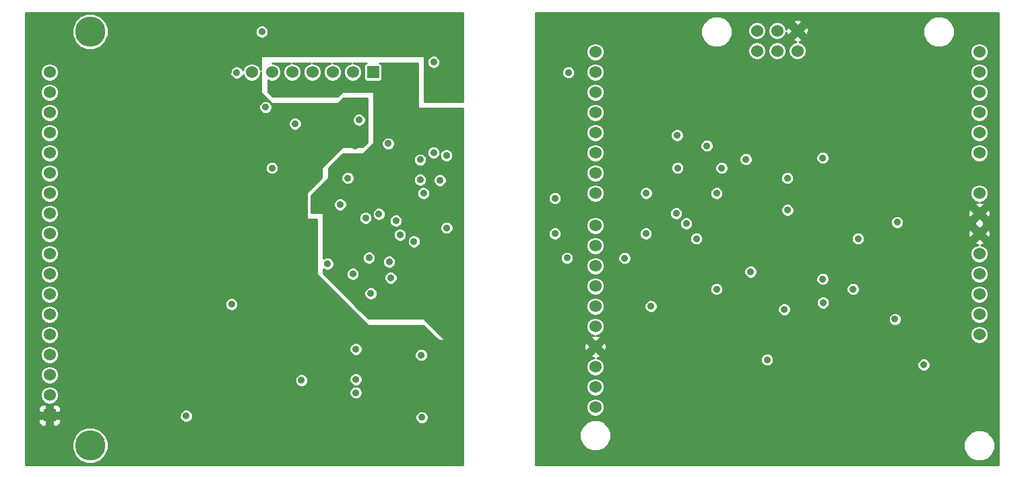
<source format=gbr>
G04 (created by PCBNEW (2013-jul-07)-stable) date Sun Aug 30 14:38:05 2015*
%MOIN*%
G04 Gerber Fmt 3.4, Leading zero omitted, Abs format*
%FSLAX34Y34*%
G01*
G70*
G90*
G04 APERTURE LIST*
%ADD10C,0.00590551*%
%ADD11C,0.1495*%
%ADD12R,0.06X0.06*%
%ADD13C,0.06*%
%ADD14C,0.035*%
%ADD15C,0.01*%
G04 APERTURE END LIST*
G54D10*
G54D11*
X27000Y-33500D03*
X27000Y-13000D03*
G54D12*
X41000Y-15000D03*
G54D13*
X40000Y-15000D03*
X39000Y-15000D03*
X38000Y-15000D03*
X37000Y-15000D03*
X36000Y-15000D03*
X35000Y-15000D03*
G54D12*
X25000Y-32000D03*
G54D13*
X25000Y-31000D03*
X25000Y-30000D03*
X25000Y-29000D03*
X25000Y-28000D03*
X25000Y-27000D03*
X25000Y-26000D03*
X25000Y-25000D03*
X25000Y-24000D03*
X25000Y-23000D03*
X25000Y-22000D03*
X25000Y-21000D03*
X25000Y-20000D03*
X25000Y-19000D03*
X25000Y-18000D03*
X25000Y-17000D03*
X25000Y-16000D03*
X25000Y-15000D03*
X71000Y-28000D03*
X71000Y-27000D03*
X71000Y-26000D03*
X71000Y-25000D03*
X71000Y-24000D03*
X71000Y-23000D03*
X71000Y-22000D03*
X71000Y-21000D03*
X71000Y-19000D03*
X71000Y-18000D03*
X71000Y-17000D03*
X71000Y-16000D03*
X71000Y-15000D03*
X71000Y-14000D03*
X60000Y-13950D03*
X61000Y-13950D03*
X62000Y-13950D03*
X62000Y-12950D03*
X61000Y-12950D03*
X60000Y-12950D03*
X52000Y-14000D03*
X52000Y-15000D03*
X52000Y-16000D03*
X52000Y-17000D03*
X52000Y-18000D03*
X52000Y-19000D03*
X52000Y-20000D03*
X52000Y-21000D03*
X52000Y-22600D03*
X52000Y-23600D03*
X52000Y-24600D03*
X52000Y-25600D03*
X52000Y-26600D03*
X52000Y-27600D03*
X52000Y-28600D03*
X52000Y-29600D03*
X52000Y-30600D03*
X52000Y-31600D03*
G54D14*
X39374Y-21559D03*
X39750Y-20250D03*
X38750Y-24500D03*
X41748Y-18543D03*
X43330Y-19342D03*
X40885Y-25968D03*
X41874Y-25192D03*
X43996Y-18988D03*
X44310Y-20356D03*
X43019Y-23389D03*
X56500Y-22500D03*
X58000Y-21000D03*
X44629Y-19129D03*
X44641Y-22720D03*
X42334Y-23062D03*
X42133Y-22366D03*
X41291Y-22035D03*
X40629Y-22228D03*
X40000Y-25000D03*
X41800Y-24400D03*
X57996Y-25750D03*
X40800Y-24200D03*
X56000Y-22000D03*
X58250Y-19750D03*
X43500Y-21000D03*
X34000Y-26500D03*
X36000Y-19750D03*
X37141Y-17559D03*
X44000Y-14500D03*
X34251Y-15023D03*
X63250Y-19250D03*
X63250Y-25250D03*
X54500Y-23000D03*
X54503Y-20996D03*
X59681Y-24889D03*
X43334Y-20334D03*
X66929Y-22440D03*
X66826Y-27240D03*
X59444Y-19318D03*
X57511Y-18649D03*
X50594Y-24208D03*
X50665Y-15015D03*
X50000Y-23000D03*
X50000Y-21250D03*
X63267Y-26425D03*
X53448Y-24220D03*
X64750Y-25750D03*
X35500Y-13000D03*
X35685Y-16744D03*
X40150Y-30228D03*
X40150Y-28728D03*
X40150Y-30881D03*
X37460Y-30271D03*
X40307Y-17370D03*
X31751Y-32031D03*
X56062Y-19748D03*
X56047Y-18129D03*
X61350Y-26759D03*
X61500Y-20250D03*
X61507Y-21834D03*
X29750Y-13000D03*
X38700Y-23950D03*
X39400Y-25400D03*
X45000Y-14500D03*
X43000Y-16500D03*
X43114Y-26704D03*
X43251Y-28236D03*
X44750Y-27750D03*
X44649Y-20930D03*
X37681Y-18637D03*
X36000Y-19200D03*
X28500Y-32000D03*
X29000Y-31000D03*
X29000Y-30000D03*
X29000Y-29000D03*
X29000Y-28000D03*
X29000Y-27000D03*
X29000Y-26000D03*
X29000Y-25000D03*
X29000Y-24000D03*
X29000Y-23000D03*
X29000Y-22000D03*
X29000Y-21000D03*
X29000Y-20000D03*
X29000Y-19000D03*
X29000Y-18000D03*
X29000Y-17000D03*
X29000Y-16000D03*
X29000Y-15000D03*
X32000Y-16000D03*
X32000Y-31000D03*
X32000Y-30000D03*
X32000Y-29000D03*
X32000Y-28000D03*
X32000Y-27000D03*
X32000Y-26000D03*
X32000Y-25000D03*
X32000Y-15000D03*
X32000Y-17000D03*
X32000Y-18000D03*
X32000Y-19000D03*
X32000Y-20000D03*
X32000Y-21000D03*
X32000Y-22000D03*
X32000Y-24000D03*
X32000Y-23250D03*
X39303Y-28594D03*
X40122Y-18669D03*
X37681Y-32086D03*
X32535Y-32263D03*
X34748Y-30877D03*
X35842Y-29629D03*
X38051Y-20448D03*
X38866Y-25866D03*
X36003Y-28307D03*
X35000Y-28287D03*
X34000Y-28303D03*
X37007Y-28322D03*
X36704Y-25090D03*
X38618Y-17889D03*
X36716Y-20397D03*
X43700Y-24610D03*
X44539Y-31090D03*
X39173Y-19594D03*
X39173Y-20816D03*
X53279Y-30641D03*
X50535Y-30889D03*
X68633Y-31011D03*
X61750Y-24750D03*
X61500Y-28750D03*
X58000Y-22750D03*
X66000Y-22750D03*
X66250Y-18750D03*
X58250Y-18750D03*
X49543Y-20535D03*
X50535Y-26098D03*
X69500Y-28750D03*
X43413Y-32106D03*
X43385Y-29015D03*
X54750Y-26600D03*
X60500Y-29250D03*
X65000Y-23250D03*
X57000Y-23250D03*
X68250Y-29500D03*
G54D10*
G36*
X45450Y-34450D02*
X44966Y-34450D01*
X44966Y-22656D01*
X44954Y-22627D01*
X44954Y-19065D01*
X44905Y-18946D01*
X44814Y-18854D01*
X44694Y-18804D01*
X44565Y-18804D01*
X44446Y-18854D01*
X44354Y-18945D01*
X44321Y-19026D01*
X44321Y-18923D01*
X44271Y-18804D01*
X44180Y-18712D01*
X44060Y-18663D01*
X43931Y-18663D01*
X43812Y-18712D01*
X43720Y-18803D01*
X43671Y-18923D01*
X43671Y-19052D01*
X43720Y-19172D01*
X43811Y-19263D01*
X43931Y-19313D01*
X44060Y-19313D01*
X44179Y-19263D01*
X44271Y-19172D01*
X44304Y-19091D01*
X44304Y-19194D01*
X44354Y-19313D01*
X44445Y-19405D01*
X44564Y-19454D01*
X44694Y-19454D01*
X44813Y-19405D01*
X44905Y-19314D01*
X44954Y-19194D01*
X44954Y-19065D01*
X44954Y-22627D01*
X44917Y-22536D01*
X44826Y-22445D01*
X44706Y-22395D01*
X44635Y-22395D01*
X44635Y-20291D01*
X44585Y-20172D01*
X44494Y-20080D01*
X44374Y-20031D01*
X44245Y-20030D01*
X44126Y-20080D01*
X44034Y-20171D01*
X43985Y-20291D01*
X43984Y-20420D01*
X44034Y-20539D01*
X44125Y-20631D01*
X44245Y-20680D01*
X44374Y-20681D01*
X44493Y-20631D01*
X44585Y-20540D01*
X44634Y-20420D01*
X44635Y-20291D01*
X44635Y-22395D01*
X44577Y-22395D01*
X44457Y-22444D01*
X44366Y-22536D01*
X44316Y-22655D01*
X44316Y-22784D01*
X44366Y-22904D01*
X44457Y-22995D01*
X44576Y-23045D01*
X44706Y-23045D01*
X44825Y-22996D01*
X44917Y-22904D01*
X44966Y-22785D01*
X44966Y-22656D01*
X44966Y-34450D01*
X43738Y-34450D01*
X43738Y-32041D01*
X43710Y-31975D01*
X43710Y-28951D01*
X43661Y-28831D01*
X43570Y-28740D01*
X43450Y-28690D01*
X43321Y-28690D01*
X43201Y-28740D01*
X43110Y-28831D01*
X43060Y-28950D01*
X43060Y-29080D01*
X43110Y-29199D01*
X43201Y-29291D01*
X43320Y-29340D01*
X43450Y-29340D01*
X43569Y-29291D01*
X43661Y-29200D01*
X43710Y-29080D01*
X43710Y-28951D01*
X43710Y-31975D01*
X43689Y-31922D01*
X43597Y-31830D01*
X43478Y-31781D01*
X43349Y-31781D01*
X43229Y-31830D01*
X43138Y-31921D01*
X43088Y-32041D01*
X43088Y-32170D01*
X43137Y-32290D01*
X43229Y-32381D01*
X43348Y-32431D01*
X43477Y-32431D01*
X43597Y-32381D01*
X43688Y-32290D01*
X43738Y-32171D01*
X43738Y-32041D01*
X43738Y-34450D01*
X40475Y-34450D01*
X40475Y-30817D01*
X40475Y-30163D01*
X40475Y-28663D01*
X40425Y-28544D01*
X40334Y-28452D01*
X40214Y-28403D01*
X40085Y-28403D01*
X39966Y-28452D01*
X39874Y-28544D01*
X39825Y-28663D01*
X39824Y-28792D01*
X39874Y-28912D01*
X39965Y-29003D01*
X40085Y-29053D01*
X40214Y-29053D01*
X40333Y-29004D01*
X40425Y-28912D01*
X40474Y-28793D01*
X40475Y-28663D01*
X40475Y-30163D01*
X40425Y-30044D01*
X40334Y-29952D01*
X40214Y-29903D01*
X40085Y-29903D01*
X39966Y-29952D01*
X39874Y-30044D01*
X39825Y-30163D01*
X39824Y-30292D01*
X39874Y-30412D01*
X39965Y-30503D01*
X40085Y-30553D01*
X40214Y-30553D01*
X40333Y-30504D01*
X40425Y-30412D01*
X40474Y-30293D01*
X40475Y-30163D01*
X40475Y-30817D01*
X40425Y-30698D01*
X40334Y-30606D01*
X40214Y-30556D01*
X40085Y-30556D01*
X39966Y-30606D01*
X39874Y-30697D01*
X39825Y-30816D01*
X39824Y-30946D01*
X39874Y-31065D01*
X39965Y-31157D01*
X40085Y-31206D01*
X40214Y-31206D01*
X40333Y-31157D01*
X40425Y-31066D01*
X40474Y-30946D01*
X40475Y-30817D01*
X40475Y-34450D01*
X37785Y-34450D01*
X37785Y-30207D01*
X37736Y-30087D01*
X37644Y-29996D01*
X37525Y-29946D01*
X37466Y-29946D01*
X37466Y-17494D01*
X37417Y-17375D01*
X37326Y-17283D01*
X37206Y-17234D01*
X37077Y-17233D01*
X36957Y-17283D01*
X36866Y-17374D01*
X36816Y-17494D01*
X36816Y-17623D01*
X36866Y-17742D01*
X36957Y-17834D01*
X37076Y-17883D01*
X37206Y-17884D01*
X37325Y-17834D01*
X37417Y-17743D01*
X37466Y-17623D01*
X37466Y-17494D01*
X37466Y-29946D01*
X37396Y-29946D01*
X37276Y-29995D01*
X37185Y-30087D01*
X37135Y-30206D01*
X37135Y-30336D01*
X37184Y-30455D01*
X37276Y-30547D01*
X37395Y-30596D01*
X37524Y-30596D01*
X37644Y-30547D01*
X37735Y-30455D01*
X37785Y-30336D01*
X37785Y-30207D01*
X37785Y-34450D01*
X36325Y-34450D01*
X36325Y-19685D01*
X36275Y-19566D01*
X36184Y-19474D01*
X36064Y-19425D01*
X36010Y-19425D01*
X36010Y-16679D01*
X35960Y-16560D01*
X35869Y-16468D01*
X35749Y-16419D01*
X35620Y-16419D01*
X35501Y-16468D01*
X35409Y-16559D01*
X35360Y-16679D01*
X35359Y-16808D01*
X35409Y-16927D01*
X35500Y-17019D01*
X35620Y-17069D01*
X35749Y-17069D01*
X35868Y-17019D01*
X35960Y-16928D01*
X36009Y-16809D01*
X36010Y-16679D01*
X36010Y-19425D01*
X35935Y-19424D01*
X35816Y-19474D01*
X35724Y-19565D01*
X35675Y-19685D01*
X35674Y-19814D01*
X35724Y-19933D01*
X35815Y-20025D01*
X35935Y-20074D01*
X36064Y-20075D01*
X36183Y-20025D01*
X36275Y-19934D01*
X36324Y-19814D01*
X36325Y-19685D01*
X36325Y-34450D01*
X34325Y-34450D01*
X34325Y-26435D01*
X34275Y-26316D01*
X34184Y-26224D01*
X34064Y-26175D01*
X33935Y-26174D01*
X33816Y-26224D01*
X33724Y-26315D01*
X33675Y-26435D01*
X33674Y-26564D01*
X33724Y-26683D01*
X33815Y-26775D01*
X33935Y-26824D01*
X34064Y-26825D01*
X34183Y-26775D01*
X34275Y-26684D01*
X34324Y-26564D01*
X34325Y-26435D01*
X34325Y-34450D01*
X32077Y-34450D01*
X32077Y-31967D01*
X32027Y-31847D01*
X31936Y-31756D01*
X31816Y-31706D01*
X31687Y-31706D01*
X31568Y-31755D01*
X31476Y-31847D01*
X31427Y-31966D01*
X31426Y-32095D01*
X31476Y-32215D01*
X31567Y-32306D01*
X31687Y-32356D01*
X31816Y-32356D01*
X31935Y-32307D01*
X32027Y-32215D01*
X32076Y-32096D01*
X32077Y-31967D01*
X32077Y-34450D01*
X27897Y-34450D01*
X27897Y-33322D01*
X27897Y-12822D01*
X27761Y-12492D01*
X27509Y-12239D01*
X27179Y-12102D01*
X26822Y-12102D01*
X26492Y-12238D01*
X26239Y-12490D01*
X26102Y-12820D01*
X26102Y-13177D01*
X26238Y-13507D01*
X26490Y-13760D01*
X26820Y-13897D01*
X27177Y-13897D01*
X27507Y-13761D01*
X27760Y-13509D01*
X27897Y-13179D01*
X27897Y-12822D01*
X27897Y-33322D01*
X27761Y-32992D01*
X27509Y-32739D01*
X27179Y-32602D01*
X26822Y-32602D01*
X26492Y-32738D01*
X26239Y-32990D01*
X26102Y-33320D01*
X26102Y-33677D01*
X26238Y-34007D01*
X26490Y-34260D01*
X26820Y-34397D01*
X27177Y-34397D01*
X27507Y-34261D01*
X27760Y-34009D01*
X27897Y-33679D01*
X27897Y-33322D01*
X27897Y-34450D01*
X25550Y-34450D01*
X25550Y-32349D01*
X25550Y-31650D01*
X25512Y-31558D01*
X25450Y-31496D01*
X25450Y-30910D01*
X25450Y-29910D01*
X25450Y-28910D01*
X25450Y-27910D01*
X25450Y-26910D01*
X25450Y-25910D01*
X25450Y-24910D01*
X25450Y-23910D01*
X25450Y-22910D01*
X25450Y-21910D01*
X25450Y-20910D01*
X25450Y-19910D01*
X25450Y-18910D01*
X25450Y-17910D01*
X25450Y-16910D01*
X25450Y-15910D01*
X25450Y-14910D01*
X25381Y-14745D01*
X25255Y-14618D01*
X25089Y-14550D01*
X24910Y-14549D01*
X24745Y-14618D01*
X24618Y-14744D01*
X24550Y-14910D01*
X24549Y-15089D01*
X24618Y-15254D01*
X24744Y-15381D01*
X24910Y-15449D01*
X25089Y-15450D01*
X25254Y-15381D01*
X25381Y-15255D01*
X25449Y-15089D01*
X25450Y-14910D01*
X25450Y-15910D01*
X25381Y-15745D01*
X25255Y-15618D01*
X25089Y-15550D01*
X24910Y-15549D01*
X24745Y-15618D01*
X24618Y-15744D01*
X24550Y-15910D01*
X24549Y-16089D01*
X24618Y-16254D01*
X24744Y-16381D01*
X24910Y-16449D01*
X25089Y-16450D01*
X25254Y-16381D01*
X25381Y-16255D01*
X25449Y-16089D01*
X25450Y-15910D01*
X25450Y-16910D01*
X25381Y-16745D01*
X25255Y-16618D01*
X25089Y-16550D01*
X24910Y-16549D01*
X24745Y-16618D01*
X24618Y-16744D01*
X24550Y-16910D01*
X24549Y-17089D01*
X24618Y-17254D01*
X24744Y-17381D01*
X24910Y-17449D01*
X25089Y-17450D01*
X25254Y-17381D01*
X25381Y-17255D01*
X25449Y-17089D01*
X25450Y-16910D01*
X25450Y-17910D01*
X25381Y-17745D01*
X25255Y-17618D01*
X25089Y-17550D01*
X24910Y-17549D01*
X24745Y-17618D01*
X24618Y-17744D01*
X24550Y-17910D01*
X24549Y-18089D01*
X24618Y-18254D01*
X24744Y-18381D01*
X24910Y-18449D01*
X25089Y-18450D01*
X25254Y-18381D01*
X25381Y-18255D01*
X25449Y-18089D01*
X25450Y-17910D01*
X25450Y-18910D01*
X25381Y-18745D01*
X25255Y-18618D01*
X25089Y-18550D01*
X24910Y-18549D01*
X24745Y-18618D01*
X24618Y-18744D01*
X24550Y-18910D01*
X24549Y-19089D01*
X24618Y-19254D01*
X24744Y-19381D01*
X24910Y-19449D01*
X25089Y-19450D01*
X25254Y-19381D01*
X25381Y-19255D01*
X25449Y-19089D01*
X25450Y-18910D01*
X25450Y-19910D01*
X25381Y-19745D01*
X25255Y-19618D01*
X25089Y-19550D01*
X24910Y-19549D01*
X24745Y-19618D01*
X24618Y-19744D01*
X24550Y-19910D01*
X24549Y-20089D01*
X24618Y-20254D01*
X24744Y-20381D01*
X24910Y-20449D01*
X25089Y-20450D01*
X25254Y-20381D01*
X25381Y-20255D01*
X25449Y-20089D01*
X25450Y-19910D01*
X25450Y-20910D01*
X25381Y-20745D01*
X25255Y-20618D01*
X25089Y-20550D01*
X24910Y-20549D01*
X24745Y-20618D01*
X24618Y-20744D01*
X24550Y-20910D01*
X24549Y-21089D01*
X24618Y-21254D01*
X24744Y-21381D01*
X24910Y-21449D01*
X25089Y-21450D01*
X25254Y-21381D01*
X25381Y-21255D01*
X25449Y-21089D01*
X25450Y-20910D01*
X25450Y-21910D01*
X25381Y-21745D01*
X25255Y-21618D01*
X25089Y-21550D01*
X24910Y-21549D01*
X24745Y-21618D01*
X24618Y-21744D01*
X24550Y-21910D01*
X24549Y-22089D01*
X24618Y-22254D01*
X24744Y-22381D01*
X24910Y-22449D01*
X25089Y-22450D01*
X25254Y-22381D01*
X25381Y-22255D01*
X25449Y-22089D01*
X25450Y-21910D01*
X25450Y-22910D01*
X25381Y-22745D01*
X25255Y-22618D01*
X25089Y-22550D01*
X24910Y-22549D01*
X24745Y-22618D01*
X24618Y-22744D01*
X24550Y-22910D01*
X24549Y-23089D01*
X24618Y-23254D01*
X24744Y-23381D01*
X24910Y-23449D01*
X25089Y-23450D01*
X25254Y-23381D01*
X25381Y-23255D01*
X25449Y-23089D01*
X25450Y-22910D01*
X25450Y-23910D01*
X25381Y-23745D01*
X25255Y-23618D01*
X25089Y-23550D01*
X24910Y-23549D01*
X24745Y-23618D01*
X24618Y-23744D01*
X24550Y-23910D01*
X24549Y-24089D01*
X24618Y-24254D01*
X24744Y-24381D01*
X24910Y-24449D01*
X25089Y-24450D01*
X25254Y-24381D01*
X25381Y-24255D01*
X25449Y-24089D01*
X25450Y-23910D01*
X25450Y-24910D01*
X25381Y-24745D01*
X25255Y-24618D01*
X25089Y-24550D01*
X24910Y-24549D01*
X24745Y-24618D01*
X24618Y-24744D01*
X24550Y-24910D01*
X24549Y-25089D01*
X24618Y-25254D01*
X24744Y-25381D01*
X24910Y-25449D01*
X25089Y-25450D01*
X25254Y-25381D01*
X25381Y-25255D01*
X25449Y-25089D01*
X25450Y-24910D01*
X25450Y-25910D01*
X25381Y-25745D01*
X25255Y-25618D01*
X25089Y-25550D01*
X24910Y-25549D01*
X24745Y-25618D01*
X24618Y-25744D01*
X24550Y-25910D01*
X24549Y-26089D01*
X24618Y-26254D01*
X24744Y-26381D01*
X24910Y-26449D01*
X25089Y-26450D01*
X25254Y-26381D01*
X25381Y-26255D01*
X25449Y-26089D01*
X25450Y-25910D01*
X25450Y-26910D01*
X25381Y-26745D01*
X25255Y-26618D01*
X25089Y-26550D01*
X24910Y-26549D01*
X24745Y-26618D01*
X24618Y-26744D01*
X24550Y-26910D01*
X24549Y-27089D01*
X24618Y-27254D01*
X24744Y-27381D01*
X24910Y-27449D01*
X25089Y-27450D01*
X25254Y-27381D01*
X25381Y-27255D01*
X25449Y-27089D01*
X25450Y-26910D01*
X25450Y-27910D01*
X25381Y-27745D01*
X25255Y-27618D01*
X25089Y-27550D01*
X24910Y-27549D01*
X24745Y-27618D01*
X24618Y-27744D01*
X24550Y-27910D01*
X24549Y-28089D01*
X24618Y-28254D01*
X24744Y-28381D01*
X24910Y-28449D01*
X25089Y-28450D01*
X25254Y-28381D01*
X25381Y-28255D01*
X25449Y-28089D01*
X25450Y-27910D01*
X25450Y-28910D01*
X25381Y-28745D01*
X25255Y-28618D01*
X25089Y-28550D01*
X24910Y-28549D01*
X24745Y-28618D01*
X24618Y-28744D01*
X24550Y-28910D01*
X24549Y-29089D01*
X24618Y-29254D01*
X24744Y-29381D01*
X24910Y-29449D01*
X25089Y-29450D01*
X25254Y-29381D01*
X25381Y-29255D01*
X25449Y-29089D01*
X25450Y-28910D01*
X25450Y-29910D01*
X25381Y-29745D01*
X25255Y-29618D01*
X25089Y-29550D01*
X24910Y-29549D01*
X24745Y-29618D01*
X24618Y-29744D01*
X24550Y-29910D01*
X24549Y-30089D01*
X24618Y-30254D01*
X24744Y-30381D01*
X24910Y-30449D01*
X25089Y-30450D01*
X25254Y-30381D01*
X25381Y-30255D01*
X25449Y-30089D01*
X25450Y-29910D01*
X25450Y-30910D01*
X25381Y-30745D01*
X25255Y-30618D01*
X25089Y-30550D01*
X24910Y-30549D01*
X24745Y-30618D01*
X24618Y-30744D01*
X24550Y-30910D01*
X24549Y-31089D01*
X24618Y-31254D01*
X24744Y-31381D01*
X24910Y-31449D01*
X25089Y-31450D01*
X25254Y-31381D01*
X25381Y-31255D01*
X25449Y-31089D01*
X25450Y-30910D01*
X25450Y-31496D01*
X25441Y-31488D01*
X25349Y-31450D01*
X25250Y-31449D01*
X25212Y-31450D01*
X25150Y-31512D01*
X25150Y-31850D01*
X25487Y-31850D01*
X25550Y-31787D01*
X25550Y-31650D01*
X25550Y-32349D01*
X25550Y-32212D01*
X25487Y-32150D01*
X25150Y-32150D01*
X25150Y-32487D01*
X25212Y-32550D01*
X25250Y-32550D01*
X25349Y-32549D01*
X25441Y-32511D01*
X25512Y-32441D01*
X25550Y-32349D01*
X25550Y-34450D01*
X24850Y-34450D01*
X24850Y-32487D01*
X24850Y-32150D01*
X24850Y-31850D01*
X24850Y-31512D01*
X24787Y-31450D01*
X24749Y-31449D01*
X24650Y-31450D01*
X24558Y-31488D01*
X24487Y-31558D01*
X24449Y-31650D01*
X24450Y-31787D01*
X24512Y-31850D01*
X24850Y-31850D01*
X24850Y-32150D01*
X24512Y-32150D01*
X24450Y-32212D01*
X24449Y-32349D01*
X24487Y-32441D01*
X24558Y-32511D01*
X24650Y-32549D01*
X24749Y-32550D01*
X24787Y-32550D01*
X24850Y-32487D01*
X24850Y-34450D01*
X23800Y-34450D01*
X23800Y-12050D01*
X45450Y-12050D01*
X45450Y-16450D01*
X44325Y-16450D01*
X44325Y-14435D01*
X44275Y-14316D01*
X44184Y-14224D01*
X44064Y-14175D01*
X43935Y-14174D01*
X43816Y-14224D01*
X43724Y-14315D01*
X43675Y-14435D01*
X43674Y-14564D01*
X43724Y-14683D01*
X43815Y-14775D01*
X43935Y-14824D01*
X44064Y-14825D01*
X44183Y-14775D01*
X44275Y-14684D01*
X44324Y-14564D01*
X44325Y-14435D01*
X44325Y-16450D01*
X43550Y-16450D01*
X43550Y-14200D01*
X35825Y-14200D01*
X35825Y-12935D01*
X35775Y-12816D01*
X35684Y-12724D01*
X35564Y-12675D01*
X35435Y-12674D01*
X35316Y-12724D01*
X35224Y-12815D01*
X35175Y-12935D01*
X35174Y-13064D01*
X35224Y-13183D01*
X35315Y-13275D01*
X35435Y-13324D01*
X35564Y-13325D01*
X35683Y-13275D01*
X35775Y-13184D01*
X35824Y-13064D01*
X35825Y-12935D01*
X35825Y-14200D01*
X35450Y-14200D01*
X35450Y-14910D01*
X35381Y-14745D01*
X35255Y-14618D01*
X35089Y-14550D01*
X34910Y-14549D01*
X34745Y-14618D01*
X34618Y-14744D01*
X34553Y-14902D01*
X34527Y-14839D01*
X34436Y-14748D01*
X34316Y-14698D01*
X34187Y-14698D01*
X34068Y-14747D01*
X33976Y-14839D01*
X33927Y-14958D01*
X33926Y-15087D01*
X33976Y-15207D01*
X34067Y-15298D01*
X34187Y-15348D01*
X34316Y-15348D01*
X34435Y-15299D01*
X34527Y-15207D01*
X34563Y-15121D01*
X34618Y-15254D01*
X34744Y-15381D01*
X34910Y-15449D01*
X35089Y-15450D01*
X35254Y-15381D01*
X35381Y-15255D01*
X35449Y-15089D01*
X35450Y-14999D01*
X35450Y-16020D01*
X35979Y-16550D01*
X39270Y-16550D01*
X39520Y-16300D01*
X40700Y-16300D01*
X40700Y-18479D01*
X40632Y-18547D01*
X40632Y-17305D01*
X40582Y-17186D01*
X40491Y-17094D01*
X40372Y-17045D01*
X40242Y-17045D01*
X40123Y-17094D01*
X40031Y-17185D01*
X39982Y-17305D01*
X39982Y-17434D01*
X40031Y-17553D01*
X40122Y-17645D01*
X40242Y-17695D01*
X40371Y-17695D01*
X40490Y-17645D01*
X40582Y-17554D01*
X40632Y-17435D01*
X40632Y-17305D01*
X40632Y-18547D01*
X40479Y-18700D01*
X39479Y-18700D01*
X38450Y-19729D01*
X38450Y-20229D01*
X37700Y-20979D01*
X37700Y-22300D01*
X38200Y-22300D01*
X38200Y-25020D01*
X40729Y-27550D01*
X43479Y-27550D01*
X44229Y-28300D01*
X44620Y-28300D01*
X43825Y-27504D01*
X43825Y-20935D01*
X43775Y-20816D01*
X43684Y-20724D01*
X43659Y-20714D01*
X43659Y-20270D01*
X43655Y-20260D01*
X43655Y-19278D01*
X43606Y-19158D01*
X43515Y-19067D01*
X43395Y-19017D01*
X43266Y-19017D01*
X43146Y-19066D01*
X43055Y-19158D01*
X43005Y-19277D01*
X43005Y-19406D01*
X43055Y-19526D01*
X43146Y-19617D01*
X43265Y-19667D01*
X43395Y-19667D01*
X43514Y-19618D01*
X43606Y-19526D01*
X43655Y-19407D01*
X43655Y-19278D01*
X43655Y-20260D01*
X43610Y-20150D01*
X43518Y-20059D01*
X43399Y-20009D01*
X43270Y-20009D01*
X43150Y-20058D01*
X43059Y-20150D01*
X43009Y-20269D01*
X43009Y-20399D01*
X43058Y-20518D01*
X43150Y-20610D01*
X43269Y-20659D01*
X43399Y-20659D01*
X43518Y-20610D01*
X43610Y-20518D01*
X43659Y-20399D01*
X43659Y-20270D01*
X43659Y-20714D01*
X43564Y-20675D01*
X43435Y-20674D01*
X43316Y-20724D01*
X43224Y-20815D01*
X43175Y-20935D01*
X43174Y-21064D01*
X43224Y-21183D01*
X43315Y-21275D01*
X43435Y-21324D01*
X43564Y-21325D01*
X43683Y-21275D01*
X43775Y-21184D01*
X43824Y-21064D01*
X43825Y-20935D01*
X43825Y-27504D01*
X43520Y-27200D01*
X43344Y-27200D01*
X43344Y-23325D01*
X43295Y-23205D01*
X43204Y-23114D01*
X43084Y-23064D01*
X42955Y-23064D01*
X42835Y-23114D01*
X42744Y-23205D01*
X42694Y-23324D01*
X42694Y-23454D01*
X42744Y-23573D01*
X42835Y-23665D01*
X42954Y-23714D01*
X43084Y-23714D01*
X43203Y-23665D01*
X43295Y-23574D01*
X43344Y-23454D01*
X43344Y-23325D01*
X43344Y-27200D01*
X42659Y-27200D01*
X42659Y-22998D01*
X42610Y-22879D01*
X42518Y-22787D01*
X42458Y-22762D01*
X42458Y-22301D01*
X42409Y-22182D01*
X42318Y-22090D01*
X42198Y-22041D01*
X42073Y-22041D01*
X42073Y-18478D01*
X42023Y-18359D01*
X41932Y-18267D01*
X41812Y-18218D01*
X41683Y-18218D01*
X41564Y-18267D01*
X41472Y-18358D01*
X41423Y-18478D01*
X41422Y-18607D01*
X41472Y-18727D01*
X41563Y-18818D01*
X41683Y-18868D01*
X41812Y-18868D01*
X41931Y-18818D01*
X42023Y-18727D01*
X42072Y-18608D01*
X42073Y-18478D01*
X42073Y-22041D01*
X42069Y-22041D01*
X41950Y-22090D01*
X41858Y-22181D01*
X41808Y-22301D01*
X41808Y-22430D01*
X41858Y-22549D01*
X41949Y-22641D01*
X42068Y-22691D01*
X42198Y-22691D01*
X42317Y-22641D01*
X42409Y-22550D01*
X42458Y-22431D01*
X42458Y-22301D01*
X42458Y-22762D01*
X42399Y-22738D01*
X42270Y-22737D01*
X42150Y-22787D01*
X42059Y-22878D01*
X42009Y-22998D01*
X42009Y-23127D01*
X42058Y-23246D01*
X42150Y-23338D01*
X42269Y-23387D01*
X42399Y-23388D01*
X42518Y-23338D01*
X42610Y-23247D01*
X42659Y-23127D01*
X42659Y-22998D01*
X42659Y-27200D01*
X42199Y-27200D01*
X42199Y-25128D01*
X42149Y-25009D01*
X42125Y-24984D01*
X42125Y-24335D01*
X42075Y-24216D01*
X41984Y-24124D01*
X41864Y-24075D01*
X41735Y-24074D01*
X41616Y-24124D01*
X41616Y-21971D01*
X41567Y-21851D01*
X41475Y-21760D01*
X41356Y-21710D01*
X41226Y-21710D01*
X41107Y-21759D01*
X41015Y-21851D01*
X40966Y-21970D01*
X40966Y-22099D01*
X41015Y-22219D01*
X41107Y-22310D01*
X41226Y-22360D01*
X41355Y-22360D01*
X41475Y-22311D01*
X41566Y-22219D01*
X41616Y-22100D01*
X41616Y-21971D01*
X41616Y-24124D01*
X41616Y-24124D01*
X41524Y-24215D01*
X41475Y-24335D01*
X41474Y-24464D01*
X41524Y-24583D01*
X41615Y-24675D01*
X41735Y-24724D01*
X41864Y-24725D01*
X41983Y-24675D01*
X42075Y-24584D01*
X42124Y-24464D01*
X42125Y-24335D01*
X42125Y-24984D01*
X42058Y-24917D01*
X41938Y-24867D01*
X41809Y-24867D01*
X41690Y-24917D01*
X41598Y-25008D01*
X41549Y-25127D01*
X41548Y-25257D01*
X41598Y-25376D01*
X41689Y-25468D01*
X41809Y-25517D01*
X41938Y-25517D01*
X42057Y-25468D01*
X42149Y-25377D01*
X42198Y-25257D01*
X42199Y-25128D01*
X42199Y-27200D01*
X41210Y-27200D01*
X41210Y-25904D01*
X41161Y-25784D01*
X41125Y-25748D01*
X41125Y-24135D01*
X41075Y-24016D01*
X40984Y-23924D01*
X40954Y-23912D01*
X40954Y-22163D01*
X40905Y-22044D01*
X40814Y-21952D01*
X40694Y-21903D01*
X40565Y-21903D01*
X40446Y-21952D01*
X40354Y-22044D01*
X40304Y-22163D01*
X40304Y-22292D01*
X40354Y-22412D01*
X40445Y-22503D01*
X40564Y-22553D01*
X40694Y-22553D01*
X40813Y-22504D01*
X40905Y-22412D01*
X40954Y-22293D01*
X40954Y-22163D01*
X40954Y-23912D01*
X40864Y-23875D01*
X40735Y-23874D01*
X40616Y-23924D01*
X40524Y-24015D01*
X40475Y-24135D01*
X40474Y-24264D01*
X40524Y-24383D01*
X40615Y-24475D01*
X40735Y-24524D01*
X40864Y-24525D01*
X40983Y-24475D01*
X41075Y-24384D01*
X41124Y-24264D01*
X41125Y-24135D01*
X41125Y-25748D01*
X41070Y-25693D01*
X40950Y-25643D01*
X40821Y-25643D01*
X40701Y-25692D01*
X40610Y-25784D01*
X40560Y-25903D01*
X40560Y-26032D01*
X40610Y-26152D01*
X40701Y-26243D01*
X40820Y-26293D01*
X40950Y-26293D01*
X41069Y-26244D01*
X41161Y-26152D01*
X41210Y-26033D01*
X41210Y-25904D01*
X41210Y-27200D01*
X40770Y-27200D01*
X40325Y-26754D01*
X40325Y-24935D01*
X40275Y-24816D01*
X40184Y-24724D01*
X40075Y-24679D01*
X40075Y-20185D01*
X40025Y-20066D01*
X39934Y-19974D01*
X39814Y-19925D01*
X39685Y-19924D01*
X39566Y-19974D01*
X39474Y-20065D01*
X39425Y-20185D01*
X39424Y-20314D01*
X39474Y-20433D01*
X39565Y-20525D01*
X39685Y-20574D01*
X39814Y-20575D01*
X39933Y-20525D01*
X40025Y-20434D01*
X40074Y-20314D01*
X40075Y-20185D01*
X40075Y-24679D01*
X40064Y-24675D01*
X39935Y-24674D01*
X39816Y-24724D01*
X39724Y-24815D01*
X39699Y-24877D01*
X39699Y-21494D01*
X39649Y-21375D01*
X39558Y-21283D01*
X39438Y-21234D01*
X39309Y-21233D01*
X39190Y-21283D01*
X39098Y-21374D01*
X39049Y-21494D01*
X39048Y-21623D01*
X39098Y-21742D01*
X39189Y-21834D01*
X39309Y-21883D01*
X39438Y-21884D01*
X39557Y-21834D01*
X39649Y-21743D01*
X39698Y-21623D01*
X39699Y-21494D01*
X39699Y-24877D01*
X39675Y-24935D01*
X39674Y-25064D01*
X39724Y-25183D01*
X39815Y-25275D01*
X39935Y-25324D01*
X40064Y-25325D01*
X40183Y-25275D01*
X40275Y-25184D01*
X40324Y-25064D01*
X40325Y-24935D01*
X40325Y-26754D01*
X38550Y-24979D01*
X38550Y-24759D01*
X38565Y-24775D01*
X38685Y-24824D01*
X38814Y-24825D01*
X38933Y-24775D01*
X39025Y-24684D01*
X39074Y-24564D01*
X39075Y-24435D01*
X39025Y-24316D01*
X38934Y-24224D01*
X38814Y-24175D01*
X38685Y-24174D01*
X38566Y-24224D01*
X38550Y-24240D01*
X38550Y-21950D01*
X37950Y-21950D01*
X37950Y-21120D01*
X38800Y-20270D01*
X38800Y-19770D01*
X39520Y-19050D01*
X40520Y-19050D01*
X41050Y-18520D01*
X41050Y-15950D01*
X39479Y-15950D01*
X39229Y-16200D01*
X36020Y-16200D01*
X35800Y-15979D01*
X35800Y-15404D01*
X35910Y-15449D01*
X36089Y-15450D01*
X36254Y-15381D01*
X36381Y-15255D01*
X36449Y-15089D01*
X36450Y-14910D01*
X36381Y-14745D01*
X36255Y-14618D01*
X36089Y-14550D01*
X35999Y-14550D01*
X36910Y-14550D01*
X36745Y-14618D01*
X36618Y-14744D01*
X36550Y-14910D01*
X36549Y-15089D01*
X36618Y-15254D01*
X36744Y-15381D01*
X36910Y-15449D01*
X37089Y-15450D01*
X37254Y-15381D01*
X37381Y-15255D01*
X37449Y-15089D01*
X37450Y-14910D01*
X37381Y-14745D01*
X37255Y-14618D01*
X37089Y-14550D01*
X36999Y-14550D01*
X37910Y-14550D01*
X37745Y-14618D01*
X37618Y-14744D01*
X37550Y-14910D01*
X37549Y-15089D01*
X37618Y-15254D01*
X37744Y-15381D01*
X37910Y-15449D01*
X38089Y-15450D01*
X38254Y-15381D01*
X38381Y-15255D01*
X38449Y-15089D01*
X38450Y-14910D01*
X38381Y-14745D01*
X38255Y-14618D01*
X38089Y-14550D01*
X37999Y-14550D01*
X38910Y-14550D01*
X38745Y-14618D01*
X38618Y-14744D01*
X38550Y-14910D01*
X38549Y-15089D01*
X38618Y-15254D01*
X38744Y-15381D01*
X38910Y-15449D01*
X39089Y-15450D01*
X39254Y-15381D01*
X39381Y-15255D01*
X39449Y-15089D01*
X39450Y-14910D01*
X39381Y-14745D01*
X39255Y-14618D01*
X39089Y-14550D01*
X38999Y-14550D01*
X39910Y-14550D01*
X39745Y-14618D01*
X39618Y-14744D01*
X39550Y-14910D01*
X39549Y-15089D01*
X39618Y-15254D01*
X39744Y-15381D01*
X39910Y-15449D01*
X40089Y-15450D01*
X40254Y-15381D01*
X40381Y-15255D01*
X40449Y-15089D01*
X40450Y-14910D01*
X40381Y-14745D01*
X40255Y-14618D01*
X40089Y-14550D01*
X39999Y-14550D01*
X40670Y-14550D01*
X40615Y-14572D01*
X40572Y-14614D01*
X40550Y-14670D01*
X40549Y-14729D01*
X40549Y-15329D01*
X40572Y-15384D01*
X40614Y-15427D01*
X40670Y-15449D01*
X40729Y-15450D01*
X41329Y-15450D01*
X41384Y-15427D01*
X41427Y-15385D01*
X41449Y-15329D01*
X41450Y-15270D01*
X41450Y-14670D01*
X41427Y-14615D01*
X41385Y-14572D01*
X41329Y-14550D01*
X41300Y-14550D01*
X43200Y-14550D01*
X43200Y-16800D01*
X45450Y-16800D01*
X45450Y-34450D01*
X45450Y-34450D01*
G37*
G54D15*
X45450Y-34450D02*
X44966Y-34450D01*
X44966Y-22656D01*
X44954Y-22627D01*
X44954Y-19065D01*
X44905Y-18946D01*
X44814Y-18854D01*
X44694Y-18804D01*
X44565Y-18804D01*
X44446Y-18854D01*
X44354Y-18945D01*
X44321Y-19026D01*
X44321Y-18923D01*
X44271Y-18804D01*
X44180Y-18712D01*
X44060Y-18663D01*
X43931Y-18663D01*
X43812Y-18712D01*
X43720Y-18803D01*
X43671Y-18923D01*
X43671Y-19052D01*
X43720Y-19172D01*
X43811Y-19263D01*
X43931Y-19313D01*
X44060Y-19313D01*
X44179Y-19263D01*
X44271Y-19172D01*
X44304Y-19091D01*
X44304Y-19194D01*
X44354Y-19313D01*
X44445Y-19405D01*
X44564Y-19454D01*
X44694Y-19454D01*
X44813Y-19405D01*
X44905Y-19314D01*
X44954Y-19194D01*
X44954Y-19065D01*
X44954Y-22627D01*
X44917Y-22536D01*
X44826Y-22445D01*
X44706Y-22395D01*
X44635Y-22395D01*
X44635Y-20291D01*
X44585Y-20172D01*
X44494Y-20080D01*
X44374Y-20031D01*
X44245Y-20030D01*
X44126Y-20080D01*
X44034Y-20171D01*
X43985Y-20291D01*
X43984Y-20420D01*
X44034Y-20539D01*
X44125Y-20631D01*
X44245Y-20680D01*
X44374Y-20681D01*
X44493Y-20631D01*
X44585Y-20540D01*
X44634Y-20420D01*
X44635Y-20291D01*
X44635Y-22395D01*
X44577Y-22395D01*
X44457Y-22444D01*
X44366Y-22536D01*
X44316Y-22655D01*
X44316Y-22784D01*
X44366Y-22904D01*
X44457Y-22995D01*
X44576Y-23045D01*
X44706Y-23045D01*
X44825Y-22996D01*
X44917Y-22904D01*
X44966Y-22785D01*
X44966Y-22656D01*
X44966Y-34450D01*
X43738Y-34450D01*
X43738Y-32041D01*
X43710Y-31975D01*
X43710Y-28951D01*
X43661Y-28831D01*
X43570Y-28740D01*
X43450Y-28690D01*
X43321Y-28690D01*
X43201Y-28740D01*
X43110Y-28831D01*
X43060Y-28950D01*
X43060Y-29080D01*
X43110Y-29199D01*
X43201Y-29291D01*
X43320Y-29340D01*
X43450Y-29340D01*
X43569Y-29291D01*
X43661Y-29200D01*
X43710Y-29080D01*
X43710Y-28951D01*
X43710Y-31975D01*
X43689Y-31922D01*
X43597Y-31830D01*
X43478Y-31781D01*
X43349Y-31781D01*
X43229Y-31830D01*
X43138Y-31921D01*
X43088Y-32041D01*
X43088Y-32170D01*
X43137Y-32290D01*
X43229Y-32381D01*
X43348Y-32431D01*
X43477Y-32431D01*
X43597Y-32381D01*
X43688Y-32290D01*
X43738Y-32171D01*
X43738Y-32041D01*
X43738Y-34450D01*
X40475Y-34450D01*
X40475Y-30817D01*
X40475Y-30163D01*
X40475Y-28663D01*
X40425Y-28544D01*
X40334Y-28452D01*
X40214Y-28403D01*
X40085Y-28403D01*
X39966Y-28452D01*
X39874Y-28544D01*
X39825Y-28663D01*
X39824Y-28792D01*
X39874Y-28912D01*
X39965Y-29003D01*
X40085Y-29053D01*
X40214Y-29053D01*
X40333Y-29004D01*
X40425Y-28912D01*
X40474Y-28793D01*
X40475Y-28663D01*
X40475Y-30163D01*
X40425Y-30044D01*
X40334Y-29952D01*
X40214Y-29903D01*
X40085Y-29903D01*
X39966Y-29952D01*
X39874Y-30044D01*
X39825Y-30163D01*
X39824Y-30292D01*
X39874Y-30412D01*
X39965Y-30503D01*
X40085Y-30553D01*
X40214Y-30553D01*
X40333Y-30504D01*
X40425Y-30412D01*
X40474Y-30293D01*
X40475Y-30163D01*
X40475Y-30817D01*
X40425Y-30698D01*
X40334Y-30606D01*
X40214Y-30556D01*
X40085Y-30556D01*
X39966Y-30606D01*
X39874Y-30697D01*
X39825Y-30816D01*
X39824Y-30946D01*
X39874Y-31065D01*
X39965Y-31157D01*
X40085Y-31206D01*
X40214Y-31206D01*
X40333Y-31157D01*
X40425Y-31066D01*
X40474Y-30946D01*
X40475Y-30817D01*
X40475Y-34450D01*
X37785Y-34450D01*
X37785Y-30207D01*
X37736Y-30087D01*
X37644Y-29996D01*
X37525Y-29946D01*
X37466Y-29946D01*
X37466Y-17494D01*
X37417Y-17375D01*
X37326Y-17283D01*
X37206Y-17234D01*
X37077Y-17233D01*
X36957Y-17283D01*
X36866Y-17374D01*
X36816Y-17494D01*
X36816Y-17623D01*
X36866Y-17742D01*
X36957Y-17834D01*
X37076Y-17883D01*
X37206Y-17884D01*
X37325Y-17834D01*
X37417Y-17743D01*
X37466Y-17623D01*
X37466Y-17494D01*
X37466Y-29946D01*
X37396Y-29946D01*
X37276Y-29995D01*
X37185Y-30087D01*
X37135Y-30206D01*
X37135Y-30336D01*
X37184Y-30455D01*
X37276Y-30547D01*
X37395Y-30596D01*
X37524Y-30596D01*
X37644Y-30547D01*
X37735Y-30455D01*
X37785Y-30336D01*
X37785Y-30207D01*
X37785Y-34450D01*
X36325Y-34450D01*
X36325Y-19685D01*
X36275Y-19566D01*
X36184Y-19474D01*
X36064Y-19425D01*
X36010Y-19425D01*
X36010Y-16679D01*
X35960Y-16560D01*
X35869Y-16468D01*
X35749Y-16419D01*
X35620Y-16419D01*
X35501Y-16468D01*
X35409Y-16559D01*
X35360Y-16679D01*
X35359Y-16808D01*
X35409Y-16927D01*
X35500Y-17019D01*
X35620Y-17069D01*
X35749Y-17069D01*
X35868Y-17019D01*
X35960Y-16928D01*
X36009Y-16809D01*
X36010Y-16679D01*
X36010Y-19425D01*
X35935Y-19424D01*
X35816Y-19474D01*
X35724Y-19565D01*
X35675Y-19685D01*
X35674Y-19814D01*
X35724Y-19933D01*
X35815Y-20025D01*
X35935Y-20074D01*
X36064Y-20075D01*
X36183Y-20025D01*
X36275Y-19934D01*
X36324Y-19814D01*
X36325Y-19685D01*
X36325Y-34450D01*
X34325Y-34450D01*
X34325Y-26435D01*
X34275Y-26316D01*
X34184Y-26224D01*
X34064Y-26175D01*
X33935Y-26174D01*
X33816Y-26224D01*
X33724Y-26315D01*
X33675Y-26435D01*
X33674Y-26564D01*
X33724Y-26683D01*
X33815Y-26775D01*
X33935Y-26824D01*
X34064Y-26825D01*
X34183Y-26775D01*
X34275Y-26684D01*
X34324Y-26564D01*
X34325Y-26435D01*
X34325Y-34450D01*
X32077Y-34450D01*
X32077Y-31967D01*
X32027Y-31847D01*
X31936Y-31756D01*
X31816Y-31706D01*
X31687Y-31706D01*
X31568Y-31755D01*
X31476Y-31847D01*
X31427Y-31966D01*
X31426Y-32095D01*
X31476Y-32215D01*
X31567Y-32306D01*
X31687Y-32356D01*
X31816Y-32356D01*
X31935Y-32307D01*
X32027Y-32215D01*
X32076Y-32096D01*
X32077Y-31967D01*
X32077Y-34450D01*
X27897Y-34450D01*
X27897Y-33322D01*
X27897Y-12822D01*
X27761Y-12492D01*
X27509Y-12239D01*
X27179Y-12102D01*
X26822Y-12102D01*
X26492Y-12238D01*
X26239Y-12490D01*
X26102Y-12820D01*
X26102Y-13177D01*
X26238Y-13507D01*
X26490Y-13760D01*
X26820Y-13897D01*
X27177Y-13897D01*
X27507Y-13761D01*
X27760Y-13509D01*
X27897Y-13179D01*
X27897Y-12822D01*
X27897Y-33322D01*
X27761Y-32992D01*
X27509Y-32739D01*
X27179Y-32602D01*
X26822Y-32602D01*
X26492Y-32738D01*
X26239Y-32990D01*
X26102Y-33320D01*
X26102Y-33677D01*
X26238Y-34007D01*
X26490Y-34260D01*
X26820Y-34397D01*
X27177Y-34397D01*
X27507Y-34261D01*
X27760Y-34009D01*
X27897Y-33679D01*
X27897Y-33322D01*
X27897Y-34450D01*
X25550Y-34450D01*
X25550Y-32349D01*
X25550Y-31650D01*
X25512Y-31558D01*
X25450Y-31496D01*
X25450Y-30910D01*
X25450Y-29910D01*
X25450Y-28910D01*
X25450Y-27910D01*
X25450Y-26910D01*
X25450Y-25910D01*
X25450Y-24910D01*
X25450Y-23910D01*
X25450Y-22910D01*
X25450Y-21910D01*
X25450Y-20910D01*
X25450Y-19910D01*
X25450Y-18910D01*
X25450Y-17910D01*
X25450Y-16910D01*
X25450Y-15910D01*
X25450Y-14910D01*
X25381Y-14745D01*
X25255Y-14618D01*
X25089Y-14550D01*
X24910Y-14549D01*
X24745Y-14618D01*
X24618Y-14744D01*
X24550Y-14910D01*
X24549Y-15089D01*
X24618Y-15254D01*
X24744Y-15381D01*
X24910Y-15449D01*
X25089Y-15450D01*
X25254Y-15381D01*
X25381Y-15255D01*
X25449Y-15089D01*
X25450Y-14910D01*
X25450Y-15910D01*
X25381Y-15745D01*
X25255Y-15618D01*
X25089Y-15550D01*
X24910Y-15549D01*
X24745Y-15618D01*
X24618Y-15744D01*
X24550Y-15910D01*
X24549Y-16089D01*
X24618Y-16254D01*
X24744Y-16381D01*
X24910Y-16449D01*
X25089Y-16450D01*
X25254Y-16381D01*
X25381Y-16255D01*
X25449Y-16089D01*
X25450Y-15910D01*
X25450Y-16910D01*
X25381Y-16745D01*
X25255Y-16618D01*
X25089Y-16550D01*
X24910Y-16549D01*
X24745Y-16618D01*
X24618Y-16744D01*
X24550Y-16910D01*
X24549Y-17089D01*
X24618Y-17254D01*
X24744Y-17381D01*
X24910Y-17449D01*
X25089Y-17450D01*
X25254Y-17381D01*
X25381Y-17255D01*
X25449Y-17089D01*
X25450Y-16910D01*
X25450Y-17910D01*
X25381Y-17745D01*
X25255Y-17618D01*
X25089Y-17550D01*
X24910Y-17549D01*
X24745Y-17618D01*
X24618Y-17744D01*
X24550Y-17910D01*
X24549Y-18089D01*
X24618Y-18254D01*
X24744Y-18381D01*
X24910Y-18449D01*
X25089Y-18450D01*
X25254Y-18381D01*
X25381Y-18255D01*
X25449Y-18089D01*
X25450Y-17910D01*
X25450Y-18910D01*
X25381Y-18745D01*
X25255Y-18618D01*
X25089Y-18550D01*
X24910Y-18549D01*
X24745Y-18618D01*
X24618Y-18744D01*
X24550Y-18910D01*
X24549Y-19089D01*
X24618Y-19254D01*
X24744Y-19381D01*
X24910Y-19449D01*
X25089Y-19450D01*
X25254Y-19381D01*
X25381Y-19255D01*
X25449Y-19089D01*
X25450Y-18910D01*
X25450Y-19910D01*
X25381Y-19745D01*
X25255Y-19618D01*
X25089Y-19550D01*
X24910Y-19549D01*
X24745Y-19618D01*
X24618Y-19744D01*
X24550Y-19910D01*
X24549Y-20089D01*
X24618Y-20254D01*
X24744Y-20381D01*
X24910Y-20449D01*
X25089Y-20450D01*
X25254Y-20381D01*
X25381Y-20255D01*
X25449Y-20089D01*
X25450Y-19910D01*
X25450Y-20910D01*
X25381Y-20745D01*
X25255Y-20618D01*
X25089Y-20550D01*
X24910Y-20549D01*
X24745Y-20618D01*
X24618Y-20744D01*
X24550Y-20910D01*
X24549Y-21089D01*
X24618Y-21254D01*
X24744Y-21381D01*
X24910Y-21449D01*
X25089Y-21450D01*
X25254Y-21381D01*
X25381Y-21255D01*
X25449Y-21089D01*
X25450Y-20910D01*
X25450Y-21910D01*
X25381Y-21745D01*
X25255Y-21618D01*
X25089Y-21550D01*
X24910Y-21549D01*
X24745Y-21618D01*
X24618Y-21744D01*
X24550Y-21910D01*
X24549Y-22089D01*
X24618Y-22254D01*
X24744Y-22381D01*
X24910Y-22449D01*
X25089Y-22450D01*
X25254Y-22381D01*
X25381Y-22255D01*
X25449Y-22089D01*
X25450Y-21910D01*
X25450Y-22910D01*
X25381Y-22745D01*
X25255Y-22618D01*
X25089Y-22550D01*
X24910Y-22549D01*
X24745Y-22618D01*
X24618Y-22744D01*
X24550Y-22910D01*
X24549Y-23089D01*
X24618Y-23254D01*
X24744Y-23381D01*
X24910Y-23449D01*
X25089Y-23450D01*
X25254Y-23381D01*
X25381Y-23255D01*
X25449Y-23089D01*
X25450Y-22910D01*
X25450Y-23910D01*
X25381Y-23745D01*
X25255Y-23618D01*
X25089Y-23550D01*
X24910Y-23549D01*
X24745Y-23618D01*
X24618Y-23744D01*
X24550Y-23910D01*
X24549Y-24089D01*
X24618Y-24254D01*
X24744Y-24381D01*
X24910Y-24449D01*
X25089Y-24450D01*
X25254Y-24381D01*
X25381Y-24255D01*
X25449Y-24089D01*
X25450Y-23910D01*
X25450Y-24910D01*
X25381Y-24745D01*
X25255Y-24618D01*
X25089Y-24550D01*
X24910Y-24549D01*
X24745Y-24618D01*
X24618Y-24744D01*
X24550Y-24910D01*
X24549Y-25089D01*
X24618Y-25254D01*
X24744Y-25381D01*
X24910Y-25449D01*
X25089Y-25450D01*
X25254Y-25381D01*
X25381Y-25255D01*
X25449Y-25089D01*
X25450Y-24910D01*
X25450Y-25910D01*
X25381Y-25745D01*
X25255Y-25618D01*
X25089Y-25550D01*
X24910Y-25549D01*
X24745Y-25618D01*
X24618Y-25744D01*
X24550Y-25910D01*
X24549Y-26089D01*
X24618Y-26254D01*
X24744Y-26381D01*
X24910Y-26449D01*
X25089Y-26450D01*
X25254Y-26381D01*
X25381Y-26255D01*
X25449Y-26089D01*
X25450Y-25910D01*
X25450Y-26910D01*
X25381Y-26745D01*
X25255Y-26618D01*
X25089Y-26550D01*
X24910Y-26549D01*
X24745Y-26618D01*
X24618Y-26744D01*
X24550Y-26910D01*
X24549Y-27089D01*
X24618Y-27254D01*
X24744Y-27381D01*
X24910Y-27449D01*
X25089Y-27450D01*
X25254Y-27381D01*
X25381Y-27255D01*
X25449Y-27089D01*
X25450Y-26910D01*
X25450Y-27910D01*
X25381Y-27745D01*
X25255Y-27618D01*
X25089Y-27550D01*
X24910Y-27549D01*
X24745Y-27618D01*
X24618Y-27744D01*
X24550Y-27910D01*
X24549Y-28089D01*
X24618Y-28254D01*
X24744Y-28381D01*
X24910Y-28449D01*
X25089Y-28450D01*
X25254Y-28381D01*
X25381Y-28255D01*
X25449Y-28089D01*
X25450Y-27910D01*
X25450Y-28910D01*
X25381Y-28745D01*
X25255Y-28618D01*
X25089Y-28550D01*
X24910Y-28549D01*
X24745Y-28618D01*
X24618Y-28744D01*
X24550Y-28910D01*
X24549Y-29089D01*
X24618Y-29254D01*
X24744Y-29381D01*
X24910Y-29449D01*
X25089Y-29450D01*
X25254Y-29381D01*
X25381Y-29255D01*
X25449Y-29089D01*
X25450Y-28910D01*
X25450Y-29910D01*
X25381Y-29745D01*
X25255Y-29618D01*
X25089Y-29550D01*
X24910Y-29549D01*
X24745Y-29618D01*
X24618Y-29744D01*
X24550Y-29910D01*
X24549Y-30089D01*
X24618Y-30254D01*
X24744Y-30381D01*
X24910Y-30449D01*
X25089Y-30450D01*
X25254Y-30381D01*
X25381Y-30255D01*
X25449Y-30089D01*
X25450Y-29910D01*
X25450Y-30910D01*
X25381Y-30745D01*
X25255Y-30618D01*
X25089Y-30550D01*
X24910Y-30549D01*
X24745Y-30618D01*
X24618Y-30744D01*
X24550Y-30910D01*
X24549Y-31089D01*
X24618Y-31254D01*
X24744Y-31381D01*
X24910Y-31449D01*
X25089Y-31450D01*
X25254Y-31381D01*
X25381Y-31255D01*
X25449Y-31089D01*
X25450Y-30910D01*
X25450Y-31496D01*
X25441Y-31488D01*
X25349Y-31450D01*
X25250Y-31449D01*
X25212Y-31450D01*
X25150Y-31512D01*
X25150Y-31850D01*
X25487Y-31850D01*
X25550Y-31787D01*
X25550Y-31650D01*
X25550Y-32349D01*
X25550Y-32212D01*
X25487Y-32150D01*
X25150Y-32150D01*
X25150Y-32487D01*
X25212Y-32550D01*
X25250Y-32550D01*
X25349Y-32549D01*
X25441Y-32511D01*
X25512Y-32441D01*
X25550Y-32349D01*
X25550Y-34450D01*
X24850Y-34450D01*
X24850Y-32487D01*
X24850Y-32150D01*
X24850Y-31850D01*
X24850Y-31512D01*
X24787Y-31450D01*
X24749Y-31449D01*
X24650Y-31450D01*
X24558Y-31488D01*
X24487Y-31558D01*
X24449Y-31650D01*
X24450Y-31787D01*
X24512Y-31850D01*
X24850Y-31850D01*
X24850Y-32150D01*
X24512Y-32150D01*
X24450Y-32212D01*
X24449Y-32349D01*
X24487Y-32441D01*
X24558Y-32511D01*
X24650Y-32549D01*
X24749Y-32550D01*
X24787Y-32550D01*
X24850Y-32487D01*
X24850Y-34450D01*
X23800Y-34450D01*
X23800Y-12050D01*
X45450Y-12050D01*
X45450Y-16450D01*
X44325Y-16450D01*
X44325Y-14435D01*
X44275Y-14316D01*
X44184Y-14224D01*
X44064Y-14175D01*
X43935Y-14174D01*
X43816Y-14224D01*
X43724Y-14315D01*
X43675Y-14435D01*
X43674Y-14564D01*
X43724Y-14683D01*
X43815Y-14775D01*
X43935Y-14824D01*
X44064Y-14825D01*
X44183Y-14775D01*
X44275Y-14684D01*
X44324Y-14564D01*
X44325Y-14435D01*
X44325Y-16450D01*
X43550Y-16450D01*
X43550Y-14200D01*
X35825Y-14200D01*
X35825Y-12935D01*
X35775Y-12816D01*
X35684Y-12724D01*
X35564Y-12675D01*
X35435Y-12674D01*
X35316Y-12724D01*
X35224Y-12815D01*
X35175Y-12935D01*
X35174Y-13064D01*
X35224Y-13183D01*
X35315Y-13275D01*
X35435Y-13324D01*
X35564Y-13325D01*
X35683Y-13275D01*
X35775Y-13184D01*
X35824Y-13064D01*
X35825Y-12935D01*
X35825Y-14200D01*
X35450Y-14200D01*
X35450Y-14910D01*
X35381Y-14745D01*
X35255Y-14618D01*
X35089Y-14550D01*
X34910Y-14549D01*
X34745Y-14618D01*
X34618Y-14744D01*
X34553Y-14902D01*
X34527Y-14839D01*
X34436Y-14748D01*
X34316Y-14698D01*
X34187Y-14698D01*
X34068Y-14747D01*
X33976Y-14839D01*
X33927Y-14958D01*
X33926Y-15087D01*
X33976Y-15207D01*
X34067Y-15298D01*
X34187Y-15348D01*
X34316Y-15348D01*
X34435Y-15299D01*
X34527Y-15207D01*
X34563Y-15121D01*
X34618Y-15254D01*
X34744Y-15381D01*
X34910Y-15449D01*
X35089Y-15450D01*
X35254Y-15381D01*
X35381Y-15255D01*
X35449Y-15089D01*
X35450Y-14999D01*
X35450Y-16020D01*
X35979Y-16550D01*
X39270Y-16550D01*
X39520Y-16300D01*
X40700Y-16300D01*
X40700Y-18479D01*
X40632Y-18547D01*
X40632Y-17305D01*
X40582Y-17186D01*
X40491Y-17094D01*
X40372Y-17045D01*
X40242Y-17045D01*
X40123Y-17094D01*
X40031Y-17185D01*
X39982Y-17305D01*
X39982Y-17434D01*
X40031Y-17553D01*
X40122Y-17645D01*
X40242Y-17695D01*
X40371Y-17695D01*
X40490Y-17645D01*
X40582Y-17554D01*
X40632Y-17435D01*
X40632Y-17305D01*
X40632Y-18547D01*
X40479Y-18700D01*
X39479Y-18700D01*
X38450Y-19729D01*
X38450Y-20229D01*
X37700Y-20979D01*
X37700Y-22300D01*
X38200Y-22300D01*
X38200Y-25020D01*
X40729Y-27550D01*
X43479Y-27550D01*
X44229Y-28300D01*
X44620Y-28300D01*
X43825Y-27504D01*
X43825Y-20935D01*
X43775Y-20816D01*
X43684Y-20724D01*
X43659Y-20714D01*
X43659Y-20270D01*
X43655Y-20260D01*
X43655Y-19278D01*
X43606Y-19158D01*
X43515Y-19067D01*
X43395Y-19017D01*
X43266Y-19017D01*
X43146Y-19066D01*
X43055Y-19158D01*
X43005Y-19277D01*
X43005Y-19406D01*
X43055Y-19526D01*
X43146Y-19617D01*
X43265Y-19667D01*
X43395Y-19667D01*
X43514Y-19618D01*
X43606Y-19526D01*
X43655Y-19407D01*
X43655Y-19278D01*
X43655Y-20260D01*
X43610Y-20150D01*
X43518Y-20059D01*
X43399Y-20009D01*
X43270Y-20009D01*
X43150Y-20058D01*
X43059Y-20150D01*
X43009Y-20269D01*
X43009Y-20399D01*
X43058Y-20518D01*
X43150Y-20610D01*
X43269Y-20659D01*
X43399Y-20659D01*
X43518Y-20610D01*
X43610Y-20518D01*
X43659Y-20399D01*
X43659Y-20270D01*
X43659Y-20714D01*
X43564Y-20675D01*
X43435Y-20674D01*
X43316Y-20724D01*
X43224Y-20815D01*
X43175Y-20935D01*
X43174Y-21064D01*
X43224Y-21183D01*
X43315Y-21275D01*
X43435Y-21324D01*
X43564Y-21325D01*
X43683Y-21275D01*
X43775Y-21184D01*
X43824Y-21064D01*
X43825Y-20935D01*
X43825Y-27504D01*
X43520Y-27200D01*
X43344Y-27200D01*
X43344Y-23325D01*
X43295Y-23205D01*
X43204Y-23114D01*
X43084Y-23064D01*
X42955Y-23064D01*
X42835Y-23114D01*
X42744Y-23205D01*
X42694Y-23324D01*
X42694Y-23454D01*
X42744Y-23573D01*
X42835Y-23665D01*
X42954Y-23714D01*
X43084Y-23714D01*
X43203Y-23665D01*
X43295Y-23574D01*
X43344Y-23454D01*
X43344Y-23325D01*
X43344Y-27200D01*
X42659Y-27200D01*
X42659Y-22998D01*
X42610Y-22879D01*
X42518Y-22787D01*
X42458Y-22762D01*
X42458Y-22301D01*
X42409Y-22182D01*
X42318Y-22090D01*
X42198Y-22041D01*
X42073Y-22041D01*
X42073Y-18478D01*
X42023Y-18359D01*
X41932Y-18267D01*
X41812Y-18218D01*
X41683Y-18218D01*
X41564Y-18267D01*
X41472Y-18358D01*
X41423Y-18478D01*
X41422Y-18607D01*
X41472Y-18727D01*
X41563Y-18818D01*
X41683Y-18868D01*
X41812Y-18868D01*
X41931Y-18818D01*
X42023Y-18727D01*
X42072Y-18608D01*
X42073Y-18478D01*
X42073Y-22041D01*
X42069Y-22041D01*
X41950Y-22090D01*
X41858Y-22181D01*
X41808Y-22301D01*
X41808Y-22430D01*
X41858Y-22549D01*
X41949Y-22641D01*
X42068Y-22691D01*
X42198Y-22691D01*
X42317Y-22641D01*
X42409Y-22550D01*
X42458Y-22431D01*
X42458Y-22301D01*
X42458Y-22762D01*
X42399Y-22738D01*
X42270Y-22737D01*
X42150Y-22787D01*
X42059Y-22878D01*
X42009Y-22998D01*
X42009Y-23127D01*
X42058Y-23246D01*
X42150Y-23338D01*
X42269Y-23387D01*
X42399Y-23388D01*
X42518Y-23338D01*
X42610Y-23247D01*
X42659Y-23127D01*
X42659Y-22998D01*
X42659Y-27200D01*
X42199Y-27200D01*
X42199Y-25128D01*
X42149Y-25009D01*
X42125Y-24984D01*
X42125Y-24335D01*
X42075Y-24216D01*
X41984Y-24124D01*
X41864Y-24075D01*
X41735Y-24074D01*
X41616Y-24124D01*
X41616Y-21971D01*
X41567Y-21851D01*
X41475Y-21760D01*
X41356Y-21710D01*
X41226Y-21710D01*
X41107Y-21759D01*
X41015Y-21851D01*
X40966Y-21970D01*
X40966Y-22099D01*
X41015Y-22219D01*
X41107Y-22310D01*
X41226Y-22360D01*
X41355Y-22360D01*
X41475Y-22311D01*
X41566Y-22219D01*
X41616Y-22100D01*
X41616Y-21971D01*
X41616Y-24124D01*
X41616Y-24124D01*
X41524Y-24215D01*
X41475Y-24335D01*
X41474Y-24464D01*
X41524Y-24583D01*
X41615Y-24675D01*
X41735Y-24724D01*
X41864Y-24725D01*
X41983Y-24675D01*
X42075Y-24584D01*
X42124Y-24464D01*
X42125Y-24335D01*
X42125Y-24984D01*
X42058Y-24917D01*
X41938Y-24867D01*
X41809Y-24867D01*
X41690Y-24917D01*
X41598Y-25008D01*
X41549Y-25127D01*
X41548Y-25257D01*
X41598Y-25376D01*
X41689Y-25468D01*
X41809Y-25517D01*
X41938Y-25517D01*
X42057Y-25468D01*
X42149Y-25377D01*
X42198Y-25257D01*
X42199Y-25128D01*
X42199Y-27200D01*
X41210Y-27200D01*
X41210Y-25904D01*
X41161Y-25784D01*
X41125Y-25748D01*
X41125Y-24135D01*
X41075Y-24016D01*
X40984Y-23924D01*
X40954Y-23912D01*
X40954Y-22163D01*
X40905Y-22044D01*
X40814Y-21952D01*
X40694Y-21903D01*
X40565Y-21903D01*
X40446Y-21952D01*
X40354Y-22044D01*
X40304Y-22163D01*
X40304Y-22292D01*
X40354Y-22412D01*
X40445Y-22503D01*
X40564Y-22553D01*
X40694Y-22553D01*
X40813Y-22504D01*
X40905Y-22412D01*
X40954Y-22293D01*
X40954Y-22163D01*
X40954Y-23912D01*
X40864Y-23875D01*
X40735Y-23874D01*
X40616Y-23924D01*
X40524Y-24015D01*
X40475Y-24135D01*
X40474Y-24264D01*
X40524Y-24383D01*
X40615Y-24475D01*
X40735Y-24524D01*
X40864Y-24525D01*
X40983Y-24475D01*
X41075Y-24384D01*
X41124Y-24264D01*
X41125Y-24135D01*
X41125Y-25748D01*
X41070Y-25693D01*
X40950Y-25643D01*
X40821Y-25643D01*
X40701Y-25692D01*
X40610Y-25784D01*
X40560Y-25903D01*
X40560Y-26032D01*
X40610Y-26152D01*
X40701Y-26243D01*
X40820Y-26293D01*
X40950Y-26293D01*
X41069Y-26244D01*
X41161Y-26152D01*
X41210Y-26033D01*
X41210Y-25904D01*
X41210Y-27200D01*
X40770Y-27200D01*
X40325Y-26754D01*
X40325Y-24935D01*
X40275Y-24816D01*
X40184Y-24724D01*
X40075Y-24679D01*
X40075Y-20185D01*
X40025Y-20066D01*
X39934Y-19974D01*
X39814Y-19925D01*
X39685Y-19924D01*
X39566Y-19974D01*
X39474Y-20065D01*
X39425Y-20185D01*
X39424Y-20314D01*
X39474Y-20433D01*
X39565Y-20525D01*
X39685Y-20574D01*
X39814Y-20575D01*
X39933Y-20525D01*
X40025Y-20434D01*
X40074Y-20314D01*
X40075Y-20185D01*
X40075Y-24679D01*
X40064Y-24675D01*
X39935Y-24674D01*
X39816Y-24724D01*
X39724Y-24815D01*
X39699Y-24877D01*
X39699Y-21494D01*
X39649Y-21375D01*
X39558Y-21283D01*
X39438Y-21234D01*
X39309Y-21233D01*
X39190Y-21283D01*
X39098Y-21374D01*
X39049Y-21494D01*
X39048Y-21623D01*
X39098Y-21742D01*
X39189Y-21834D01*
X39309Y-21883D01*
X39438Y-21884D01*
X39557Y-21834D01*
X39649Y-21743D01*
X39698Y-21623D01*
X39699Y-21494D01*
X39699Y-24877D01*
X39675Y-24935D01*
X39674Y-25064D01*
X39724Y-25183D01*
X39815Y-25275D01*
X39935Y-25324D01*
X40064Y-25325D01*
X40183Y-25275D01*
X40275Y-25184D01*
X40324Y-25064D01*
X40325Y-24935D01*
X40325Y-26754D01*
X38550Y-24979D01*
X38550Y-24759D01*
X38565Y-24775D01*
X38685Y-24824D01*
X38814Y-24825D01*
X38933Y-24775D01*
X39025Y-24684D01*
X39074Y-24564D01*
X39075Y-24435D01*
X39025Y-24316D01*
X38934Y-24224D01*
X38814Y-24175D01*
X38685Y-24174D01*
X38566Y-24224D01*
X38550Y-24240D01*
X38550Y-21950D01*
X37950Y-21950D01*
X37950Y-21120D01*
X38800Y-20270D01*
X38800Y-19770D01*
X39520Y-19050D01*
X40520Y-19050D01*
X41050Y-18520D01*
X41050Y-15950D01*
X39479Y-15950D01*
X39229Y-16200D01*
X36020Y-16200D01*
X35800Y-15979D01*
X35800Y-15404D01*
X35910Y-15449D01*
X36089Y-15450D01*
X36254Y-15381D01*
X36381Y-15255D01*
X36449Y-15089D01*
X36450Y-14910D01*
X36381Y-14745D01*
X36255Y-14618D01*
X36089Y-14550D01*
X35999Y-14550D01*
X36910Y-14550D01*
X36745Y-14618D01*
X36618Y-14744D01*
X36550Y-14910D01*
X36549Y-15089D01*
X36618Y-15254D01*
X36744Y-15381D01*
X36910Y-15449D01*
X37089Y-15450D01*
X37254Y-15381D01*
X37381Y-15255D01*
X37449Y-15089D01*
X37450Y-14910D01*
X37381Y-14745D01*
X37255Y-14618D01*
X37089Y-14550D01*
X36999Y-14550D01*
X37910Y-14550D01*
X37745Y-14618D01*
X37618Y-14744D01*
X37550Y-14910D01*
X37549Y-15089D01*
X37618Y-15254D01*
X37744Y-15381D01*
X37910Y-15449D01*
X38089Y-15450D01*
X38254Y-15381D01*
X38381Y-15255D01*
X38449Y-15089D01*
X38450Y-14910D01*
X38381Y-14745D01*
X38255Y-14618D01*
X38089Y-14550D01*
X37999Y-14550D01*
X38910Y-14550D01*
X38745Y-14618D01*
X38618Y-14744D01*
X38550Y-14910D01*
X38549Y-15089D01*
X38618Y-15254D01*
X38744Y-15381D01*
X38910Y-15449D01*
X39089Y-15450D01*
X39254Y-15381D01*
X39381Y-15255D01*
X39449Y-15089D01*
X39450Y-14910D01*
X39381Y-14745D01*
X39255Y-14618D01*
X39089Y-14550D01*
X38999Y-14550D01*
X39910Y-14550D01*
X39745Y-14618D01*
X39618Y-14744D01*
X39550Y-14910D01*
X39549Y-15089D01*
X39618Y-15254D01*
X39744Y-15381D01*
X39910Y-15449D01*
X40089Y-15450D01*
X40254Y-15381D01*
X40381Y-15255D01*
X40449Y-15089D01*
X40450Y-14910D01*
X40381Y-14745D01*
X40255Y-14618D01*
X40089Y-14550D01*
X39999Y-14550D01*
X40670Y-14550D01*
X40615Y-14572D01*
X40572Y-14614D01*
X40550Y-14670D01*
X40549Y-14729D01*
X40549Y-15329D01*
X40572Y-15384D01*
X40614Y-15427D01*
X40670Y-15449D01*
X40729Y-15450D01*
X41329Y-15450D01*
X41384Y-15427D01*
X41427Y-15385D01*
X41449Y-15329D01*
X41450Y-15270D01*
X41450Y-14670D01*
X41427Y-14615D01*
X41385Y-14572D01*
X41329Y-14550D01*
X41300Y-14550D01*
X43200Y-14550D01*
X43200Y-16800D01*
X45450Y-16800D01*
X45450Y-34450D01*
G54D10*
G36*
X71950Y-34450D02*
X71775Y-34450D01*
X71775Y-33346D01*
X71657Y-33061D01*
X71560Y-32964D01*
X71560Y-22980D01*
X71560Y-21980D01*
X71525Y-21803D01*
X71450Y-21773D01*
X71450Y-20910D01*
X71450Y-18910D01*
X71450Y-17910D01*
X71450Y-16910D01*
X71450Y-15910D01*
X71450Y-14910D01*
X71450Y-13910D01*
X71381Y-13745D01*
X71255Y-13618D01*
X71089Y-13550D01*
X70910Y-13549D01*
X70745Y-13618D01*
X70618Y-13744D01*
X70550Y-13910D01*
X70549Y-14089D01*
X70618Y-14254D01*
X70744Y-14381D01*
X70910Y-14449D01*
X71089Y-14450D01*
X71254Y-14381D01*
X71381Y-14255D01*
X71449Y-14089D01*
X71450Y-13910D01*
X71450Y-14910D01*
X71381Y-14745D01*
X71255Y-14618D01*
X71089Y-14550D01*
X70910Y-14549D01*
X70745Y-14618D01*
X70618Y-14744D01*
X70550Y-14910D01*
X70549Y-15089D01*
X70618Y-15254D01*
X70744Y-15381D01*
X70910Y-15449D01*
X71089Y-15450D01*
X71254Y-15381D01*
X71381Y-15255D01*
X71449Y-15089D01*
X71450Y-14910D01*
X71450Y-15910D01*
X71381Y-15745D01*
X71255Y-15618D01*
X71089Y-15550D01*
X70910Y-15549D01*
X70745Y-15618D01*
X70618Y-15744D01*
X70550Y-15910D01*
X70549Y-16089D01*
X70618Y-16254D01*
X70744Y-16381D01*
X70910Y-16449D01*
X71089Y-16450D01*
X71254Y-16381D01*
X71381Y-16255D01*
X71449Y-16089D01*
X71450Y-15910D01*
X71450Y-16910D01*
X71381Y-16745D01*
X71255Y-16618D01*
X71089Y-16550D01*
X70910Y-16549D01*
X70745Y-16618D01*
X70618Y-16744D01*
X70550Y-16910D01*
X70549Y-17089D01*
X70618Y-17254D01*
X70744Y-17381D01*
X70910Y-17449D01*
X71089Y-17450D01*
X71254Y-17381D01*
X71381Y-17255D01*
X71449Y-17089D01*
X71450Y-16910D01*
X71450Y-17910D01*
X71381Y-17745D01*
X71255Y-17618D01*
X71089Y-17550D01*
X70910Y-17549D01*
X70745Y-17618D01*
X70618Y-17744D01*
X70550Y-17910D01*
X70549Y-18089D01*
X70618Y-18254D01*
X70744Y-18381D01*
X70910Y-18449D01*
X71089Y-18450D01*
X71254Y-18381D01*
X71381Y-18255D01*
X71449Y-18089D01*
X71450Y-17910D01*
X71450Y-18910D01*
X71381Y-18745D01*
X71255Y-18618D01*
X71089Y-18550D01*
X70910Y-18549D01*
X70745Y-18618D01*
X70618Y-18744D01*
X70550Y-18910D01*
X70549Y-19089D01*
X70618Y-19254D01*
X70744Y-19381D01*
X70910Y-19449D01*
X71089Y-19450D01*
X71254Y-19381D01*
X71381Y-19255D01*
X71449Y-19089D01*
X71450Y-18910D01*
X71450Y-20910D01*
X71381Y-20745D01*
X71255Y-20618D01*
X71089Y-20550D01*
X70910Y-20549D01*
X70745Y-20618D01*
X70618Y-20744D01*
X70550Y-20910D01*
X70549Y-21089D01*
X70618Y-21254D01*
X70744Y-21381D01*
X70910Y-21449D01*
X70928Y-21449D01*
X70803Y-21474D01*
X70770Y-21557D01*
X71000Y-21787D01*
X71229Y-21557D01*
X71196Y-21474D01*
X71044Y-21450D01*
X71089Y-21450D01*
X71254Y-21381D01*
X71381Y-21255D01*
X71449Y-21089D01*
X71450Y-20910D01*
X71450Y-21773D01*
X71442Y-21770D01*
X71212Y-22000D01*
X71442Y-22229D01*
X71525Y-22196D01*
X71560Y-21980D01*
X71560Y-22980D01*
X71525Y-22803D01*
X71442Y-22770D01*
X71229Y-22982D01*
X71229Y-22557D01*
X71206Y-22500D01*
X71229Y-22442D01*
X71000Y-22212D01*
X70787Y-22424D01*
X70787Y-22000D01*
X70557Y-21770D01*
X70474Y-21803D01*
X70439Y-22019D01*
X70474Y-22196D01*
X70557Y-22229D01*
X70787Y-22000D01*
X70787Y-22424D01*
X70770Y-22442D01*
X70793Y-22500D01*
X70770Y-22557D01*
X71000Y-22787D01*
X71229Y-22557D01*
X71229Y-22982D01*
X71212Y-23000D01*
X71442Y-23229D01*
X71525Y-23196D01*
X71560Y-22980D01*
X71560Y-32964D01*
X71450Y-32853D01*
X71450Y-27910D01*
X71450Y-26910D01*
X71450Y-25910D01*
X71450Y-24910D01*
X71450Y-23910D01*
X71381Y-23745D01*
X71255Y-23618D01*
X71089Y-23550D01*
X71071Y-23550D01*
X71196Y-23525D01*
X71229Y-23442D01*
X71000Y-23212D01*
X70787Y-23424D01*
X70787Y-23000D01*
X70557Y-22770D01*
X70474Y-22803D01*
X70439Y-23019D01*
X70474Y-23196D01*
X70557Y-23229D01*
X70787Y-23000D01*
X70787Y-23424D01*
X70770Y-23442D01*
X70803Y-23525D01*
X70955Y-23549D01*
X70910Y-23549D01*
X70745Y-23618D01*
X70618Y-23744D01*
X70550Y-23910D01*
X70549Y-24089D01*
X70618Y-24254D01*
X70744Y-24381D01*
X70910Y-24449D01*
X71089Y-24450D01*
X71254Y-24381D01*
X71381Y-24255D01*
X71449Y-24089D01*
X71450Y-23910D01*
X71450Y-24910D01*
X71381Y-24745D01*
X71255Y-24618D01*
X71089Y-24550D01*
X70910Y-24549D01*
X70745Y-24618D01*
X70618Y-24744D01*
X70550Y-24910D01*
X70549Y-25089D01*
X70618Y-25254D01*
X70744Y-25381D01*
X70910Y-25449D01*
X71089Y-25450D01*
X71254Y-25381D01*
X71381Y-25255D01*
X71449Y-25089D01*
X71450Y-24910D01*
X71450Y-25910D01*
X71381Y-25745D01*
X71255Y-25618D01*
X71089Y-25550D01*
X70910Y-25549D01*
X70745Y-25618D01*
X70618Y-25744D01*
X70550Y-25910D01*
X70549Y-26089D01*
X70618Y-26254D01*
X70744Y-26381D01*
X70910Y-26449D01*
X71089Y-26450D01*
X71254Y-26381D01*
X71381Y-26255D01*
X71449Y-26089D01*
X71450Y-25910D01*
X71450Y-26910D01*
X71381Y-26745D01*
X71255Y-26618D01*
X71089Y-26550D01*
X70910Y-26549D01*
X70745Y-26618D01*
X70618Y-26744D01*
X70550Y-26910D01*
X70549Y-27089D01*
X70618Y-27254D01*
X70744Y-27381D01*
X70910Y-27449D01*
X71089Y-27450D01*
X71254Y-27381D01*
X71381Y-27255D01*
X71449Y-27089D01*
X71450Y-26910D01*
X71450Y-27910D01*
X71381Y-27745D01*
X71255Y-27618D01*
X71089Y-27550D01*
X70910Y-27549D01*
X70745Y-27618D01*
X70618Y-27744D01*
X70550Y-27910D01*
X70549Y-28089D01*
X70618Y-28254D01*
X70744Y-28381D01*
X70910Y-28449D01*
X71089Y-28450D01*
X71254Y-28381D01*
X71381Y-28255D01*
X71449Y-28089D01*
X71450Y-27910D01*
X71450Y-32853D01*
X71439Y-32843D01*
X71154Y-32725D01*
X70846Y-32724D01*
X70561Y-32842D01*
X70343Y-33060D01*
X70225Y-33345D01*
X70224Y-33653D01*
X70342Y-33938D01*
X70560Y-34156D01*
X70845Y-34274D01*
X71153Y-34275D01*
X71438Y-34157D01*
X71656Y-33939D01*
X71774Y-33654D01*
X71775Y-33346D01*
X71775Y-34450D01*
X69775Y-34450D01*
X69775Y-12846D01*
X69657Y-12561D01*
X69439Y-12343D01*
X69154Y-12225D01*
X68846Y-12224D01*
X68561Y-12342D01*
X68343Y-12560D01*
X68225Y-12845D01*
X68224Y-13153D01*
X68342Y-13438D01*
X68560Y-13656D01*
X68845Y-13774D01*
X69153Y-13775D01*
X69438Y-13657D01*
X69656Y-13439D01*
X69774Y-13154D01*
X69775Y-12846D01*
X69775Y-34450D01*
X68575Y-34450D01*
X68575Y-29435D01*
X68525Y-29316D01*
X68434Y-29224D01*
X68314Y-29175D01*
X68185Y-29174D01*
X68066Y-29224D01*
X67974Y-29315D01*
X67925Y-29435D01*
X67924Y-29564D01*
X67974Y-29683D01*
X68065Y-29775D01*
X68185Y-29824D01*
X68314Y-29825D01*
X68433Y-29775D01*
X68525Y-29684D01*
X68574Y-29564D01*
X68575Y-29435D01*
X68575Y-34450D01*
X67254Y-34450D01*
X67254Y-22376D01*
X67204Y-22257D01*
X67113Y-22165D01*
X66994Y-22116D01*
X66864Y-22115D01*
X66745Y-22165D01*
X66653Y-22256D01*
X66604Y-22376D01*
X66604Y-22505D01*
X66653Y-22624D01*
X66744Y-22716D01*
X66864Y-22765D01*
X66993Y-22766D01*
X67112Y-22716D01*
X67204Y-22625D01*
X67254Y-22505D01*
X67254Y-22376D01*
X67254Y-34450D01*
X67151Y-34450D01*
X67151Y-27175D01*
X67102Y-27056D01*
X67011Y-26964D01*
X66891Y-26915D01*
X66762Y-26915D01*
X66642Y-26964D01*
X66551Y-27055D01*
X66501Y-27175D01*
X66501Y-27304D01*
X66551Y-27424D01*
X66642Y-27515D01*
X66761Y-27565D01*
X66891Y-27565D01*
X67010Y-27515D01*
X67102Y-27424D01*
X67151Y-27305D01*
X67151Y-27175D01*
X67151Y-34450D01*
X65325Y-34450D01*
X65325Y-23185D01*
X65275Y-23066D01*
X65184Y-22974D01*
X65064Y-22925D01*
X64935Y-22924D01*
X64816Y-22974D01*
X64724Y-23065D01*
X64675Y-23185D01*
X64674Y-23314D01*
X64724Y-23433D01*
X64815Y-23525D01*
X64935Y-23574D01*
X65064Y-23575D01*
X65183Y-23525D01*
X65275Y-23434D01*
X65324Y-23314D01*
X65325Y-23185D01*
X65325Y-34450D01*
X65075Y-34450D01*
X65075Y-25685D01*
X65025Y-25566D01*
X64934Y-25474D01*
X64814Y-25425D01*
X64685Y-25424D01*
X64566Y-25474D01*
X64474Y-25565D01*
X64425Y-25685D01*
X64424Y-25814D01*
X64474Y-25933D01*
X64565Y-26025D01*
X64685Y-26074D01*
X64814Y-26075D01*
X64933Y-26025D01*
X65025Y-25934D01*
X65074Y-25814D01*
X65075Y-25685D01*
X65075Y-34450D01*
X63592Y-34450D01*
X63592Y-26360D01*
X63575Y-26317D01*
X63575Y-25185D01*
X63575Y-19185D01*
X63525Y-19066D01*
X63434Y-18974D01*
X63314Y-18925D01*
X63185Y-18924D01*
X63066Y-18974D01*
X62974Y-19065D01*
X62925Y-19185D01*
X62924Y-19314D01*
X62974Y-19433D01*
X63065Y-19525D01*
X63185Y-19574D01*
X63314Y-19575D01*
X63433Y-19525D01*
X63525Y-19434D01*
X63574Y-19314D01*
X63575Y-19185D01*
X63575Y-25185D01*
X63525Y-25066D01*
X63434Y-24974D01*
X63314Y-24925D01*
X63185Y-24924D01*
X63066Y-24974D01*
X62974Y-25065D01*
X62925Y-25185D01*
X62924Y-25314D01*
X62974Y-25433D01*
X63065Y-25525D01*
X63185Y-25574D01*
X63314Y-25575D01*
X63433Y-25525D01*
X63525Y-25434D01*
X63574Y-25314D01*
X63575Y-25185D01*
X63575Y-26317D01*
X63543Y-26241D01*
X63452Y-26149D01*
X63332Y-26100D01*
X63203Y-26100D01*
X63083Y-26149D01*
X62992Y-26240D01*
X62942Y-26360D01*
X62942Y-26489D01*
X62992Y-26609D01*
X63083Y-26700D01*
X63202Y-26750D01*
X63332Y-26750D01*
X63451Y-26700D01*
X63543Y-26609D01*
X63592Y-26490D01*
X63592Y-26360D01*
X63592Y-34450D01*
X62560Y-34450D01*
X62560Y-12930D01*
X62525Y-12753D01*
X62442Y-12720D01*
X62229Y-12932D01*
X62229Y-12507D01*
X62196Y-12424D01*
X61980Y-12389D01*
X61803Y-12424D01*
X61770Y-12507D01*
X62000Y-12737D01*
X62229Y-12507D01*
X62229Y-12932D01*
X62212Y-12950D01*
X62442Y-13179D01*
X62525Y-13146D01*
X62560Y-12930D01*
X62560Y-34450D01*
X62450Y-34450D01*
X62450Y-13860D01*
X62381Y-13695D01*
X62255Y-13568D01*
X62089Y-13500D01*
X62071Y-13500D01*
X62196Y-13475D01*
X62229Y-13392D01*
X62000Y-13162D01*
X61787Y-13374D01*
X61787Y-12950D01*
X61557Y-12720D01*
X61474Y-12753D01*
X61450Y-12905D01*
X61450Y-12860D01*
X61381Y-12695D01*
X61255Y-12568D01*
X61089Y-12500D01*
X60910Y-12499D01*
X60745Y-12568D01*
X60618Y-12694D01*
X60550Y-12860D01*
X60549Y-13039D01*
X60618Y-13204D01*
X60744Y-13331D01*
X60910Y-13399D01*
X61089Y-13400D01*
X61254Y-13331D01*
X61381Y-13205D01*
X61449Y-13039D01*
X61449Y-13021D01*
X61474Y-13146D01*
X61557Y-13179D01*
X61787Y-12950D01*
X61787Y-13374D01*
X61770Y-13392D01*
X61803Y-13475D01*
X61955Y-13499D01*
X61910Y-13499D01*
X61745Y-13568D01*
X61618Y-13694D01*
X61550Y-13860D01*
X61549Y-14039D01*
X61618Y-14204D01*
X61744Y-14331D01*
X61910Y-14399D01*
X62089Y-14400D01*
X62254Y-14331D01*
X62381Y-14205D01*
X62449Y-14039D01*
X62450Y-13860D01*
X62450Y-34450D01*
X61832Y-34450D01*
X61832Y-21770D01*
X61825Y-21751D01*
X61825Y-20185D01*
X61775Y-20066D01*
X61684Y-19974D01*
X61564Y-19925D01*
X61450Y-19924D01*
X61450Y-13860D01*
X61381Y-13695D01*
X61255Y-13568D01*
X61089Y-13500D01*
X60910Y-13499D01*
X60745Y-13568D01*
X60618Y-13694D01*
X60550Y-13860D01*
X60549Y-14039D01*
X60618Y-14204D01*
X60744Y-14331D01*
X60910Y-14399D01*
X61089Y-14400D01*
X61254Y-14331D01*
X61381Y-14205D01*
X61449Y-14039D01*
X61450Y-13860D01*
X61450Y-19924D01*
X61435Y-19924D01*
X61316Y-19974D01*
X61224Y-20065D01*
X61175Y-20185D01*
X61174Y-20314D01*
X61224Y-20433D01*
X61315Y-20525D01*
X61435Y-20574D01*
X61564Y-20575D01*
X61683Y-20525D01*
X61775Y-20434D01*
X61824Y-20314D01*
X61825Y-20185D01*
X61825Y-21751D01*
X61783Y-21650D01*
X61692Y-21559D01*
X61572Y-21509D01*
X61443Y-21509D01*
X61324Y-21558D01*
X61232Y-21650D01*
X61182Y-21769D01*
X61182Y-21899D01*
X61232Y-22018D01*
X61323Y-22110D01*
X61442Y-22159D01*
X61572Y-22159D01*
X61691Y-22110D01*
X61783Y-22018D01*
X61832Y-21899D01*
X61832Y-21770D01*
X61832Y-34450D01*
X61675Y-34450D01*
X61675Y-26695D01*
X61626Y-26575D01*
X61534Y-26484D01*
X61415Y-26434D01*
X61286Y-26434D01*
X61166Y-26484D01*
X61075Y-26575D01*
X61025Y-26694D01*
X61025Y-26824D01*
X61074Y-26943D01*
X61166Y-27035D01*
X61285Y-27084D01*
X61414Y-27084D01*
X61534Y-27035D01*
X61625Y-26944D01*
X61675Y-26824D01*
X61675Y-26695D01*
X61675Y-34450D01*
X60825Y-34450D01*
X60825Y-29185D01*
X60775Y-29066D01*
X60684Y-28974D01*
X60564Y-28925D01*
X60450Y-28924D01*
X60450Y-13860D01*
X60450Y-12860D01*
X60381Y-12695D01*
X60255Y-12568D01*
X60089Y-12500D01*
X59910Y-12499D01*
X59745Y-12568D01*
X59618Y-12694D01*
X59550Y-12860D01*
X59549Y-13039D01*
X59618Y-13204D01*
X59744Y-13331D01*
X59910Y-13399D01*
X60089Y-13400D01*
X60254Y-13331D01*
X60381Y-13205D01*
X60449Y-13039D01*
X60450Y-12860D01*
X60450Y-13860D01*
X60381Y-13695D01*
X60255Y-13568D01*
X60089Y-13500D01*
X59910Y-13499D01*
X59745Y-13568D01*
X59618Y-13694D01*
X59550Y-13860D01*
X59549Y-14039D01*
X59618Y-14204D01*
X59744Y-14331D01*
X59910Y-14399D01*
X60089Y-14400D01*
X60254Y-14331D01*
X60381Y-14205D01*
X60449Y-14039D01*
X60450Y-13860D01*
X60450Y-28924D01*
X60435Y-28924D01*
X60316Y-28974D01*
X60224Y-29065D01*
X60175Y-29185D01*
X60174Y-29314D01*
X60224Y-29433D01*
X60315Y-29525D01*
X60435Y-29574D01*
X60564Y-29575D01*
X60683Y-29525D01*
X60775Y-29434D01*
X60824Y-29314D01*
X60825Y-29185D01*
X60825Y-34450D01*
X60006Y-34450D01*
X60006Y-24825D01*
X59956Y-24705D01*
X59865Y-24614D01*
X59769Y-24574D01*
X59769Y-19254D01*
X59720Y-19135D01*
X59629Y-19043D01*
X59509Y-18993D01*
X59380Y-18993D01*
X59261Y-19043D01*
X59169Y-19134D01*
X59119Y-19253D01*
X59119Y-19383D01*
X59169Y-19502D01*
X59260Y-19594D01*
X59379Y-19643D01*
X59509Y-19643D01*
X59628Y-19594D01*
X59720Y-19503D01*
X59769Y-19383D01*
X59769Y-19254D01*
X59769Y-24574D01*
X59746Y-24564D01*
X59616Y-24564D01*
X59497Y-24614D01*
X59405Y-24705D01*
X59356Y-24824D01*
X59356Y-24954D01*
X59405Y-25073D01*
X59496Y-25165D01*
X59616Y-25214D01*
X59745Y-25214D01*
X59864Y-25165D01*
X59956Y-25074D01*
X60006Y-24954D01*
X60006Y-24825D01*
X60006Y-34450D01*
X58775Y-34450D01*
X58775Y-12846D01*
X58657Y-12561D01*
X58439Y-12343D01*
X58154Y-12225D01*
X57846Y-12224D01*
X57561Y-12342D01*
X57343Y-12560D01*
X57225Y-12845D01*
X57224Y-13153D01*
X57342Y-13438D01*
X57560Y-13656D01*
X57845Y-13774D01*
X58153Y-13775D01*
X58438Y-13657D01*
X58656Y-13439D01*
X58774Y-13154D01*
X58775Y-12846D01*
X58775Y-34450D01*
X58575Y-34450D01*
X58575Y-19685D01*
X58525Y-19566D01*
X58434Y-19474D01*
X58314Y-19425D01*
X58185Y-19424D01*
X58066Y-19474D01*
X57974Y-19565D01*
X57925Y-19685D01*
X57924Y-19814D01*
X57974Y-19933D01*
X58065Y-20025D01*
X58185Y-20074D01*
X58314Y-20075D01*
X58433Y-20025D01*
X58525Y-19934D01*
X58574Y-19814D01*
X58575Y-19685D01*
X58575Y-34450D01*
X58325Y-34450D01*
X58325Y-20935D01*
X58275Y-20816D01*
X58184Y-20724D01*
X58064Y-20675D01*
X57935Y-20674D01*
X57836Y-20715D01*
X57836Y-18585D01*
X57787Y-18465D01*
X57696Y-18374D01*
X57576Y-18324D01*
X57447Y-18324D01*
X57327Y-18373D01*
X57236Y-18465D01*
X57186Y-18584D01*
X57186Y-18713D01*
X57236Y-18833D01*
X57327Y-18924D01*
X57446Y-18974D01*
X57576Y-18974D01*
X57695Y-18925D01*
X57787Y-18833D01*
X57836Y-18714D01*
X57836Y-18585D01*
X57836Y-20715D01*
X57816Y-20724D01*
X57724Y-20815D01*
X57675Y-20935D01*
X57674Y-21064D01*
X57724Y-21183D01*
X57815Y-21275D01*
X57935Y-21324D01*
X58064Y-21325D01*
X58183Y-21275D01*
X58275Y-21184D01*
X58324Y-21064D01*
X58325Y-20935D01*
X58325Y-34450D01*
X58321Y-34450D01*
X58321Y-25685D01*
X58271Y-25566D01*
X58180Y-25474D01*
X58060Y-25425D01*
X57931Y-25424D01*
X57812Y-25474D01*
X57720Y-25565D01*
X57671Y-25685D01*
X57671Y-25814D01*
X57720Y-25933D01*
X57811Y-26025D01*
X57931Y-26074D01*
X58060Y-26075D01*
X58179Y-26025D01*
X58271Y-25934D01*
X58321Y-25814D01*
X58321Y-25685D01*
X58321Y-34450D01*
X57325Y-34450D01*
X57325Y-23185D01*
X57275Y-23066D01*
X57184Y-22974D01*
X57064Y-22925D01*
X56935Y-22924D01*
X56825Y-22970D01*
X56825Y-22435D01*
X56775Y-22316D01*
X56684Y-22224D01*
X56564Y-22175D01*
X56435Y-22174D01*
X56388Y-22194D01*
X56388Y-19683D01*
X56372Y-19645D01*
X56372Y-18065D01*
X56322Y-17946D01*
X56231Y-17854D01*
X56112Y-17804D01*
X55982Y-17804D01*
X55863Y-17854D01*
X55771Y-17945D01*
X55722Y-18064D01*
X55722Y-18194D01*
X55771Y-18313D01*
X55862Y-18405D01*
X55982Y-18454D01*
X56111Y-18454D01*
X56231Y-18405D01*
X56322Y-18314D01*
X56372Y-18194D01*
X56372Y-18065D01*
X56372Y-19645D01*
X56338Y-19564D01*
X56247Y-19472D01*
X56127Y-19423D01*
X55998Y-19422D01*
X55879Y-19472D01*
X55787Y-19563D01*
X55738Y-19683D01*
X55737Y-19812D01*
X55787Y-19931D01*
X55878Y-20023D01*
X55998Y-20072D01*
X56127Y-20073D01*
X56246Y-20023D01*
X56338Y-19932D01*
X56387Y-19812D01*
X56388Y-19683D01*
X56388Y-22194D01*
X56325Y-22220D01*
X56325Y-21935D01*
X56275Y-21816D01*
X56184Y-21724D01*
X56064Y-21675D01*
X55935Y-21674D01*
X55816Y-21724D01*
X55724Y-21815D01*
X55675Y-21935D01*
X55674Y-22064D01*
X55724Y-22183D01*
X55815Y-22275D01*
X55935Y-22324D01*
X56064Y-22325D01*
X56183Y-22275D01*
X56275Y-22184D01*
X56324Y-22064D01*
X56325Y-21935D01*
X56325Y-22220D01*
X56316Y-22224D01*
X56224Y-22315D01*
X56175Y-22435D01*
X56174Y-22564D01*
X56224Y-22683D01*
X56315Y-22775D01*
X56435Y-22824D01*
X56564Y-22825D01*
X56683Y-22775D01*
X56775Y-22684D01*
X56824Y-22564D01*
X56825Y-22435D01*
X56825Y-22970D01*
X56816Y-22974D01*
X56724Y-23065D01*
X56675Y-23185D01*
X56674Y-23314D01*
X56724Y-23433D01*
X56815Y-23525D01*
X56935Y-23574D01*
X57064Y-23575D01*
X57183Y-23525D01*
X57275Y-23434D01*
X57324Y-23314D01*
X57325Y-23185D01*
X57325Y-34450D01*
X55075Y-34450D01*
X55075Y-26535D01*
X55025Y-26416D01*
X54934Y-26324D01*
X54828Y-26280D01*
X54828Y-20931D01*
X54779Y-20812D01*
X54688Y-20720D01*
X54568Y-20671D01*
X54439Y-20671D01*
X54320Y-20720D01*
X54228Y-20811D01*
X54178Y-20931D01*
X54178Y-21060D01*
X54228Y-21179D01*
X54319Y-21271D01*
X54439Y-21321D01*
X54568Y-21321D01*
X54687Y-21271D01*
X54779Y-21180D01*
X54828Y-21060D01*
X54828Y-20931D01*
X54828Y-26280D01*
X54825Y-26279D01*
X54825Y-22935D01*
X54775Y-22816D01*
X54684Y-22724D01*
X54564Y-22675D01*
X54435Y-22674D01*
X54316Y-22724D01*
X54224Y-22815D01*
X54175Y-22935D01*
X54174Y-23064D01*
X54224Y-23183D01*
X54315Y-23275D01*
X54435Y-23324D01*
X54564Y-23325D01*
X54683Y-23275D01*
X54775Y-23184D01*
X54824Y-23064D01*
X54825Y-22935D01*
X54825Y-26279D01*
X54814Y-26275D01*
X54685Y-26274D01*
X54566Y-26324D01*
X54474Y-26415D01*
X54425Y-26535D01*
X54424Y-26664D01*
X54474Y-26783D01*
X54565Y-26875D01*
X54685Y-26924D01*
X54814Y-26925D01*
X54933Y-26875D01*
X55025Y-26784D01*
X55074Y-26664D01*
X55075Y-26535D01*
X55075Y-34450D01*
X53773Y-34450D01*
X53773Y-24156D01*
X53724Y-24036D01*
X53633Y-23945D01*
X53513Y-23895D01*
X53384Y-23895D01*
X53264Y-23944D01*
X53173Y-24036D01*
X53123Y-24155D01*
X53123Y-24284D01*
X53173Y-24404D01*
X53264Y-24495D01*
X53383Y-24545D01*
X53513Y-24545D01*
X53632Y-24496D01*
X53724Y-24404D01*
X53773Y-24285D01*
X53773Y-24156D01*
X53773Y-34450D01*
X52775Y-34450D01*
X52775Y-32846D01*
X52657Y-32561D01*
X52560Y-32464D01*
X52560Y-28580D01*
X52525Y-28403D01*
X52450Y-28373D01*
X52450Y-27510D01*
X52450Y-26510D01*
X52450Y-25510D01*
X52450Y-24510D01*
X52450Y-23510D01*
X52450Y-22510D01*
X52450Y-20910D01*
X52450Y-19910D01*
X52450Y-18910D01*
X52450Y-17910D01*
X52450Y-16910D01*
X52450Y-15910D01*
X52450Y-14910D01*
X52450Y-13910D01*
X52381Y-13745D01*
X52255Y-13618D01*
X52089Y-13550D01*
X51910Y-13549D01*
X51745Y-13618D01*
X51618Y-13744D01*
X51550Y-13910D01*
X51549Y-14089D01*
X51618Y-14254D01*
X51744Y-14381D01*
X51910Y-14449D01*
X52089Y-14450D01*
X52254Y-14381D01*
X52381Y-14255D01*
X52449Y-14089D01*
X52450Y-13910D01*
X52450Y-14910D01*
X52381Y-14745D01*
X52255Y-14618D01*
X52089Y-14550D01*
X51910Y-14549D01*
X51745Y-14618D01*
X51618Y-14744D01*
X51550Y-14910D01*
X51549Y-15089D01*
X51618Y-15254D01*
X51744Y-15381D01*
X51910Y-15449D01*
X52089Y-15450D01*
X52254Y-15381D01*
X52381Y-15255D01*
X52449Y-15089D01*
X52450Y-14910D01*
X52450Y-15910D01*
X52381Y-15745D01*
X52255Y-15618D01*
X52089Y-15550D01*
X51910Y-15549D01*
X51745Y-15618D01*
X51618Y-15744D01*
X51550Y-15910D01*
X51549Y-16089D01*
X51618Y-16254D01*
X51744Y-16381D01*
X51910Y-16449D01*
X52089Y-16450D01*
X52254Y-16381D01*
X52381Y-16255D01*
X52449Y-16089D01*
X52450Y-15910D01*
X52450Y-16910D01*
X52381Y-16745D01*
X52255Y-16618D01*
X52089Y-16550D01*
X51910Y-16549D01*
X51745Y-16618D01*
X51618Y-16744D01*
X51550Y-16910D01*
X51549Y-17089D01*
X51618Y-17254D01*
X51744Y-17381D01*
X51910Y-17449D01*
X52089Y-17450D01*
X52254Y-17381D01*
X52381Y-17255D01*
X52449Y-17089D01*
X52450Y-16910D01*
X52450Y-17910D01*
X52381Y-17745D01*
X52255Y-17618D01*
X52089Y-17550D01*
X51910Y-17549D01*
X51745Y-17618D01*
X51618Y-17744D01*
X51550Y-17910D01*
X51549Y-18089D01*
X51618Y-18254D01*
X51744Y-18381D01*
X51910Y-18449D01*
X52089Y-18450D01*
X52254Y-18381D01*
X52381Y-18255D01*
X52449Y-18089D01*
X52450Y-17910D01*
X52450Y-18910D01*
X52381Y-18745D01*
X52255Y-18618D01*
X52089Y-18550D01*
X51910Y-18549D01*
X51745Y-18618D01*
X51618Y-18744D01*
X51550Y-18910D01*
X51549Y-19089D01*
X51618Y-19254D01*
X51744Y-19381D01*
X51910Y-19449D01*
X52089Y-19450D01*
X52254Y-19381D01*
X52381Y-19255D01*
X52449Y-19089D01*
X52450Y-18910D01*
X52450Y-19910D01*
X52381Y-19745D01*
X52255Y-19618D01*
X52089Y-19550D01*
X51910Y-19549D01*
X51745Y-19618D01*
X51618Y-19744D01*
X51550Y-19910D01*
X51549Y-20089D01*
X51618Y-20254D01*
X51744Y-20381D01*
X51910Y-20449D01*
X52089Y-20450D01*
X52254Y-20381D01*
X52381Y-20255D01*
X52449Y-20089D01*
X52450Y-19910D01*
X52450Y-20910D01*
X52381Y-20745D01*
X52255Y-20618D01*
X52089Y-20550D01*
X51910Y-20549D01*
X51745Y-20618D01*
X51618Y-20744D01*
X51550Y-20910D01*
X51549Y-21089D01*
X51618Y-21254D01*
X51744Y-21381D01*
X51910Y-21449D01*
X52089Y-21450D01*
X52254Y-21381D01*
X52381Y-21255D01*
X52449Y-21089D01*
X52450Y-20910D01*
X52450Y-22510D01*
X52381Y-22345D01*
X52255Y-22218D01*
X52089Y-22150D01*
X51910Y-22149D01*
X51745Y-22218D01*
X51618Y-22344D01*
X51550Y-22510D01*
X51549Y-22689D01*
X51618Y-22854D01*
X51744Y-22981D01*
X51910Y-23049D01*
X52089Y-23050D01*
X52254Y-22981D01*
X52381Y-22855D01*
X52449Y-22689D01*
X52450Y-22510D01*
X52450Y-23510D01*
X52381Y-23345D01*
X52255Y-23218D01*
X52089Y-23150D01*
X51910Y-23149D01*
X51745Y-23218D01*
X51618Y-23344D01*
X51550Y-23510D01*
X51549Y-23689D01*
X51618Y-23854D01*
X51744Y-23981D01*
X51910Y-24049D01*
X52089Y-24050D01*
X52254Y-23981D01*
X52381Y-23855D01*
X52449Y-23689D01*
X52450Y-23510D01*
X52450Y-24510D01*
X52381Y-24345D01*
X52255Y-24218D01*
X52089Y-24150D01*
X51910Y-24149D01*
X51745Y-24218D01*
X51618Y-24344D01*
X51550Y-24510D01*
X51549Y-24689D01*
X51618Y-24854D01*
X51744Y-24981D01*
X51910Y-25049D01*
X52089Y-25050D01*
X52254Y-24981D01*
X52381Y-24855D01*
X52449Y-24689D01*
X52450Y-24510D01*
X52450Y-25510D01*
X52381Y-25345D01*
X52255Y-25218D01*
X52089Y-25150D01*
X51910Y-25149D01*
X51745Y-25218D01*
X51618Y-25344D01*
X51550Y-25510D01*
X51549Y-25689D01*
X51618Y-25854D01*
X51744Y-25981D01*
X51910Y-26049D01*
X52089Y-26050D01*
X52254Y-25981D01*
X52381Y-25855D01*
X52449Y-25689D01*
X52450Y-25510D01*
X52450Y-26510D01*
X52381Y-26345D01*
X52255Y-26218D01*
X52089Y-26150D01*
X51910Y-26149D01*
X51745Y-26218D01*
X51618Y-26344D01*
X51550Y-26510D01*
X51549Y-26689D01*
X51618Y-26854D01*
X51744Y-26981D01*
X51910Y-27049D01*
X52089Y-27050D01*
X52254Y-26981D01*
X52381Y-26855D01*
X52449Y-26689D01*
X52450Y-26510D01*
X52450Y-27510D01*
X52381Y-27345D01*
X52255Y-27218D01*
X52089Y-27150D01*
X51910Y-27149D01*
X51745Y-27218D01*
X51618Y-27344D01*
X51550Y-27510D01*
X51549Y-27689D01*
X51618Y-27854D01*
X51744Y-27981D01*
X51910Y-28049D01*
X51928Y-28049D01*
X51803Y-28074D01*
X51770Y-28157D01*
X52000Y-28387D01*
X52229Y-28157D01*
X52196Y-28074D01*
X52044Y-28050D01*
X52089Y-28050D01*
X52254Y-27981D01*
X52381Y-27855D01*
X52449Y-27689D01*
X52450Y-27510D01*
X52450Y-28373D01*
X52442Y-28370D01*
X52212Y-28600D01*
X52442Y-28829D01*
X52525Y-28796D01*
X52560Y-28580D01*
X52560Y-32464D01*
X52450Y-32353D01*
X52450Y-31510D01*
X52450Y-30510D01*
X52450Y-29510D01*
X52381Y-29345D01*
X52255Y-29218D01*
X52089Y-29150D01*
X52071Y-29150D01*
X52196Y-29125D01*
X52229Y-29042D01*
X52000Y-28812D01*
X51787Y-29024D01*
X51787Y-28600D01*
X51557Y-28370D01*
X51474Y-28403D01*
X51439Y-28619D01*
X51474Y-28796D01*
X51557Y-28829D01*
X51787Y-28600D01*
X51787Y-29024D01*
X51770Y-29042D01*
X51803Y-29125D01*
X51955Y-29149D01*
X51910Y-29149D01*
X51745Y-29218D01*
X51618Y-29344D01*
X51550Y-29510D01*
X51549Y-29689D01*
X51618Y-29854D01*
X51744Y-29981D01*
X51910Y-30049D01*
X52089Y-30050D01*
X52254Y-29981D01*
X52381Y-29855D01*
X52449Y-29689D01*
X52450Y-29510D01*
X52450Y-30510D01*
X52381Y-30345D01*
X52255Y-30218D01*
X52089Y-30150D01*
X51910Y-30149D01*
X51745Y-30218D01*
X51618Y-30344D01*
X51550Y-30510D01*
X51549Y-30689D01*
X51618Y-30854D01*
X51744Y-30981D01*
X51910Y-31049D01*
X52089Y-31050D01*
X52254Y-30981D01*
X52381Y-30855D01*
X52449Y-30689D01*
X52450Y-30510D01*
X52450Y-31510D01*
X52381Y-31345D01*
X52255Y-31218D01*
X52089Y-31150D01*
X51910Y-31149D01*
X51745Y-31218D01*
X51618Y-31344D01*
X51550Y-31510D01*
X51549Y-31689D01*
X51618Y-31854D01*
X51744Y-31981D01*
X51910Y-32049D01*
X52089Y-32050D01*
X52254Y-31981D01*
X52381Y-31855D01*
X52449Y-31689D01*
X52450Y-31510D01*
X52450Y-32353D01*
X52439Y-32343D01*
X52154Y-32225D01*
X51846Y-32224D01*
X51561Y-32342D01*
X51343Y-32560D01*
X51225Y-32845D01*
X51224Y-33153D01*
X51342Y-33438D01*
X51560Y-33656D01*
X51845Y-33774D01*
X52153Y-33775D01*
X52438Y-33657D01*
X52656Y-33439D01*
X52774Y-33154D01*
X52775Y-32846D01*
X52775Y-34450D01*
X50990Y-34450D01*
X50990Y-14951D01*
X50941Y-14831D01*
X50849Y-14740D01*
X50730Y-14690D01*
X50600Y-14690D01*
X50481Y-14740D01*
X50389Y-14831D01*
X50340Y-14950D01*
X50340Y-15080D01*
X50389Y-15199D01*
X50481Y-15291D01*
X50600Y-15340D01*
X50729Y-15340D01*
X50849Y-15291D01*
X50940Y-15200D01*
X50990Y-15080D01*
X50990Y-14951D01*
X50990Y-34450D01*
X50919Y-34450D01*
X50919Y-24144D01*
X50870Y-24024D01*
X50778Y-23933D01*
X50659Y-23883D01*
X50530Y-23883D01*
X50410Y-23932D01*
X50325Y-24018D01*
X50325Y-22935D01*
X50325Y-21185D01*
X50275Y-21066D01*
X50184Y-20974D01*
X50064Y-20925D01*
X49935Y-20924D01*
X49816Y-20974D01*
X49724Y-21065D01*
X49675Y-21185D01*
X49674Y-21314D01*
X49724Y-21433D01*
X49815Y-21525D01*
X49935Y-21574D01*
X50064Y-21575D01*
X50183Y-21525D01*
X50275Y-21434D01*
X50324Y-21314D01*
X50325Y-21185D01*
X50325Y-22935D01*
X50275Y-22816D01*
X50184Y-22724D01*
X50064Y-22675D01*
X49935Y-22674D01*
X49816Y-22724D01*
X49724Y-22815D01*
X49675Y-22935D01*
X49674Y-23064D01*
X49724Y-23183D01*
X49815Y-23275D01*
X49935Y-23324D01*
X50064Y-23325D01*
X50183Y-23275D01*
X50275Y-23184D01*
X50324Y-23064D01*
X50325Y-22935D01*
X50325Y-24018D01*
X50319Y-24024D01*
X50269Y-24143D01*
X50269Y-24273D01*
X50318Y-24392D01*
X50410Y-24484D01*
X50529Y-24533D01*
X50658Y-24533D01*
X50778Y-24484D01*
X50869Y-24392D01*
X50919Y-24273D01*
X50919Y-24144D01*
X50919Y-34450D01*
X49050Y-34450D01*
X49050Y-12050D01*
X71950Y-12050D01*
X71950Y-34450D01*
X71950Y-34450D01*
G37*
G54D15*
X71950Y-34450D02*
X71775Y-34450D01*
X71775Y-33346D01*
X71657Y-33061D01*
X71560Y-32964D01*
X71560Y-22980D01*
X71560Y-21980D01*
X71525Y-21803D01*
X71450Y-21773D01*
X71450Y-20910D01*
X71450Y-18910D01*
X71450Y-17910D01*
X71450Y-16910D01*
X71450Y-15910D01*
X71450Y-14910D01*
X71450Y-13910D01*
X71381Y-13745D01*
X71255Y-13618D01*
X71089Y-13550D01*
X70910Y-13549D01*
X70745Y-13618D01*
X70618Y-13744D01*
X70550Y-13910D01*
X70549Y-14089D01*
X70618Y-14254D01*
X70744Y-14381D01*
X70910Y-14449D01*
X71089Y-14450D01*
X71254Y-14381D01*
X71381Y-14255D01*
X71449Y-14089D01*
X71450Y-13910D01*
X71450Y-14910D01*
X71381Y-14745D01*
X71255Y-14618D01*
X71089Y-14550D01*
X70910Y-14549D01*
X70745Y-14618D01*
X70618Y-14744D01*
X70550Y-14910D01*
X70549Y-15089D01*
X70618Y-15254D01*
X70744Y-15381D01*
X70910Y-15449D01*
X71089Y-15450D01*
X71254Y-15381D01*
X71381Y-15255D01*
X71449Y-15089D01*
X71450Y-14910D01*
X71450Y-15910D01*
X71381Y-15745D01*
X71255Y-15618D01*
X71089Y-15550D01*
X70910Y-15549D01*
X70745Y-15618D01*
X70618Y-15744D01*
X70550Y-15910D01*
X70549Y-16089D01*
X70618Y-16254D01*
X70744Y-16381D01*
X70910Y-16449D01*
X71089Y-16450D01*
X71254Y-16381D01*
X71381Y-16255D01*
X71449Y-16089D01*
X71450Y-15910D01*
X71450Y-16910D01*
X71381Y-16745D01*
X71255Y-16618D01*
X71089Y-16550D01*
X70910Y-16549D01*
X70745Y-16618D01*
X70618Y-16744D01*
X70550Y-16910D01*
X70549Y-17089D01*
X70618Y-17254D01*
X70744Y-17381D01*
X70910Y-17449D01*
X71089Y-17450D01*
X71254Y-17381D01*
X71381Y-17255D01*
X71449Y-17089D01*
X71450Y-16910D01*
X71450Y-17910D01*
X71381Y-17745D01*
X71255Y-17618D01*
X71089Y-17550D01*
X70910Y-17549D01*
X70745Y-17618D01*
X70618Y-17744D01*
X70550Y-17910D01*
X70549Y-18089D01*
X70618Y-18254D01*
X70744Y-18381D01*
X70910Y-18449D01*
X71089Y-18450D01*
X71254Y-18381D01*
X71381Y-18255D01*
X71449Y-18089D01*
X71450Y-17910D01*
X71450Y-18910D01*
X71381Y-18745D01*
X71255Y-18618D01*
X71089Y-18550D01*
X70910Y-18549D01*
X70745Y-18618D01*
X70618Y-18744D01*
X70550Y-18910D01*
X70549Y-19089D01*
X70618Y-19254D01*
X70744Y-19381D01*
X70910Y-19449D01*
X71089Y-19450D01*
X71254Y-19381D01*
X71381Y-19255D01*
X71449Y-19089D01*
X71450Y-18910D01*
X71450Y-20910D01*
X71381Y-20745D01*
X71255Y-20618D01*
X71089Y-20550D01*
X70910Y-20549D01*
X70745Y-20618D01*
X70618Y-20744D01*
X70550Y-20910D01*
X70549Y-21089D01*
X70618Y-21254D01*
X70744Y-21381D01*
X70910Y-21449D01*
X70928Y-21449D01*
X70803Y-21474D01*
X70770Y-21557D01*
X71000Y-21787D01*
X71229Y-21557D01*
X71196Y-21474D01*
X71044Y-21450D01*
X71089Y-21450D01*
X71254Y-21381D01*
X71381Y-21255D01*
X71449Y-21089D01*
X71450Y-20910D01*
X71450Y-21773D01*
X71442Y-21770D01*
X71212Y-22000D01*
X71442Y-22229D01*
X71525Y-22196D01*
X71560Y-21980D01*
X71560Y-22980D01*
X71525Y-22803D01*
X71442Y-22770D01*
X71229Y-22982D01*
X71229Y-22557D01*
X71206Y-22500D01*
X71229Y-22442D01*
X71000Y-22212D01*
X70787Y-22424D01*
X70787Y-22000D01*
X70557Y-21770D01*
X70474Y-21803D01*
X70439Y-22019D01*
X70474Y-22196D01*
X70557Y-22229D01*
X70787Y-22000D01*
X70787Y-22424D01*
X70770Y-22442D01*
X70793Y-22500D01*
X70770Y-22557D01*
X71000Y-22787D01*
X71229Y-22557D01*
X71229Y-22982D01*
X71212Y-23000D01*
X71442Y-23229D01*
X71525Y-23196D01*
X71560Y-22980D01*
X71560Y-32964D01*
X71450Y-32853D01*
X71450Y-27910D01*
X71450Y-26910D01*
X71450Y-25910D01*
X71450Y-24910D01*
X71450Y-23910D01*
X71381Y-23745D01*
X71255Y-23618D01*
X71089Y-23550D01*
X71071Y-23550D01*
X71196Y-23525D01*
X71229Y-23442D01*
X71000Y-23212D01*
X70787Y-23424D01*
X70787Y-23000D01*
X70557Y-22770D01*
X70474Y-22803D01*
X70439Y-23019D01*
X70474Y-23196D01*
X70557Y-23229D01*
X70787Y-23000D01*
X70787Y-23424D01*
X70770Y-23442D01*
X70803Y-23525D01*
X70955Y-23549D01*
X70910Y-23549D01*
X70745Y-23618D01*
X70618Y-23744D01*
X70550Y-23910D01*
X70549Y-24089D01*
X70618Y-24254D01*
X70744Y-24381D01*
X70910Y-24449D01*
X71089Y-24450D01*
X71254Y-24381D01*
X71381Y-24255D01*
X71449Y-24089D01*
X71450Y-23910D01*
X71450Y-24910D01*
X71381Y-24745D01*
X71255Y-24618D01*
X71089Y-24550D01*
X70910Y-24549D01*
X70745Y-24618D01*
X70618Y-24744D01*
X70550Y-24910D01*
X70549Y-25089D01*
X70618Y-25254D01*
X70744Y-25381D01*
X70910Y-25449D01*
X71089Y-25450D01*
X71254Y-25381D01*
X71381Y-25255D01*
X71449Y-25089D01*
X71450Y-24910D01*
X71450Y-25910D01*
X71381Y-25745D01*
X71255Y-25618D01*
X71089Y-25550D01*
X70910Y-25549D01*
X70745Y-25618D01*
X70618Y-25744D01*
X70550Y-25910D01*
X70549Y-26089D01*
X70618Y-26254D01*
X70744Y-26381D01*
X70910Y-26449D01*
X71089Y-26450D01*
X71254Y-26381D01*
X71381Y-26255D01*
X71449Y-26089D01*
X71450Y-25910D01*
X71450Y-26910D01*
X71381Y-26745D01*
X71255Y-26618D01*
X71089Y-26550D01*
X70910Y-26549D01*
X70745Y-26618D01*
X70618Y-26744D01*
X70550Y-26910D01*
X70549Y-27089D01*
X70618Y-27254D01*
X70744Y-27381D01*
X70910Y-27449D01*
X71089Y-27450D01*
X71254Y-27381D01*
X71381Y-27255D01*
X71449Y-27089D01*
X71450Y-26910D01*
X71450Y-27910D01*
X71381Y-27745D01*
X71255Y-27618D01*
X71089Y-27550D01*
X70910Y-27549D01*
X70745Y-27618D01*
X70618Y-27744D01*
X70550Y-27910D01*
X70549Y-28089D01*
X70618Y-28254D01*
X70744Y-28381D01*
X70910Y-28449D01*
X71089Y-28450D01*
X71254Y-28381D01*
X71381Y-28255D01*
X71449Y-28089D01*
X71450Y-27910D01*
X71450Y-32853D01*
X71439Y-32843D01*
X71154Y-32725D01*
X70846Y-32724D01*
X70561Y-32842D01*
X70343Y-33060D01*
X70225Y-33345D01*
X70224Y-33653D01*
X70342Y-33938D01*
X70560Y-34156D01*
X70845Y-34274D01*
X71153Y-34275D01*
X71438Y-34157D01*
X71656Y-33939D01*
X71774Y-33654D01*
X71775Y-33346D01*
X71775Y-34450D01*
X69775Y-34450D01*
X69775Y-12846D01*
X69657Y-12561D01*
X69439Y-12343D01*
X69154Y-12225D01*
X68846Y-12224D01*
X68561Y-12342D01*
X68343Y-12560D01*
X68225Y-12845D01*
X68224Y-13153D01*
X68342Y-13438D01*
X68560Y-13656D01*
X68845Y-13774D01*
X69153Y-13775D01*
X69438Y-13657D01*
X69656Y-13439D01*
X69774Y-13154D01*
X69775Y-12846D01*
X69775Y-34450D01*
X68575Y-34450D01*
X68575Y-29435D01*
X68525Y-29316D01*
X68434Y-29224D01*
X68314Y-29175D01*
X68185Y-29174D01*
X68066Y-29224D01*
X67974Y-29315D01*
X67925Y-29435D01*
X67924Y-29564D01*
X67974Y-29683D01*
X68065Y-29775D01*
X68185Y-29824D01*
X68314Y-29825D01*
X68433Y-29775D01*
X68525Y-29684D01*
X68574Y-29564D01*
X68575Y-29435D01*
X68575Y-34450D01*
X67254Y-34450D01*
X67254Y-22376D01*
X67204Y-22257D01*
X67113Y-22165D01*
X66994Y-22116D01*
X66864Y-22115D01*
X66745Y-22165D01*
X66653Y-22256D01*
X66604Y-22376D01*
X66604Y-22505D01*
X66653Y-22624D01*
X66744Y-22716D01*
X66864Y-22765D01*
X66993Y-22766D01*
X67112Y-22716D01*
X67204Y-22625D01*
X67254Y-22505D01*
X67254Y-22376D01*
X67254Y-34450D01*
X67151Y-34450D01*
X67151Y-27175D01*
X67102Y-27056D01*
X67011Y-26964D01*
X66891Y-26915D01*
X66762Y-26915D01*
X66642Y-26964D01*
X66551Y-27055D01*
X66501Y-27175D01*
X66501Y-27304D01*
X66551Y-27424D01*
X66642Y-27515D01*
X66761Y-27565D01*
X66891Y-27565D01*
X67010Y-27515D01*
X67102Y-27424D01*
X67151Y-27305D01*
X67151Y-27175D01*
X67151Y-34450D01*
X65325Y-34450D01*
X65325Y-23185D01*
X65275Y-23066D01*
X65184Y-22974D01*
X65064Y-22925D01*
X64935Y-22924D01*
X64816Y-22974D01*
X64724Y-23065D01*
X64675Y-23185D01*
X64674Y-23314D01*
X64724Y-23433D01*
X64815Y-23525D01*
X64935Y-23574D01*
X65064Y-23575D01*
X65183Y-23525D01*
X65275Y-23434D01*
X65324Y-23314D01*
X65325Y-23185D01*
X65325Y-34450D01*
X65075Y-34450D01*
X65075Y-25685D01*
X65025Y-25566D01*
X64934Y-25474D01*
X64814Y-25425D01*
X64685Y-25424D01*
X64566Y-25474D01*
X64474Y-25565D01*
X64425Y-25685D01*
X64424Y-25814D01*
X64474Y-25933D01*
X64565Y-26025D01*
X64685Y-26074D01*
X64814Y-26075D01*
X64933Y-26025D01*
X65025Y-25934D01*
X65074Y-25814D01*
X65075Y-25685D01*
X65075Y-34450D01*
X63592Y-34450D01*
X63592Y-26360D01*
X63575Y-26317D01*
X63575Y-25185D01*
X63575Y-19185D01*
X63525Y-19066D01*
X63434Y-18974D01*
X63314Y-18925D01*
X63185Y-18924D01*
X63066Y-18974D01*
X62974Y-19065D01*
X62925Y-19185D01*
X62924Y-19314D01*
X62974Y-19433D01*
X63065Y-19525D01*
X63185Y-19574D01*
X63314Y-19575D01*
X63433Y-19525D01*
X63525Y-19434D01*
X63574Y-19314D01*
X63575Y-19185D01*
X63575Y-25185D01*
X63525Y-25066D01*
X63434Y-24974D01*
X63314Y-24925D01*
X63185Y-24924D01*
X63066Y-24974D01*
X62974Y-25065D01*
X62925Y-25185D01*
X62924Y-25314D01*
X62974Y-25433D01*
X63065Y-25525D01*
X63185Y-25574D01*
X63314Y-25575D01*
X63433Y-25525D01*
X63525Y-25434D01*
X63574Y-25314D01*
X63575Y-25185D01*
X63575Y-26317D01*
X63543Y-26241D01*
X63452Y-26149D01*
X63332Y-26100D01*
X63203Y-26100D01*
X63083Y-26149D01*
X62992Y-26240D01*
X62942Y-26360D01*
X62942Y-26489D01*
X62992Y-26609D01*
X63083Y-26700D01*
X63202Y-26750D01*
X63332Y-26750D01*
X63451Y-26700D01*
X63543Y-26609D01*
X63592Y-26490D01*
X63592Y-26360D01*
X63592Y-34450D01*
X62560Y-34450D01*
X62560Y-12930D01*
X62525Y-12753D01*
X62442Y-12720D01*
X62229Y-12932D01*
X62229Y-12507D01*
X62196Y-12424D01*
X61980Y-12389D01*
X61803Y-12424D01*
X61770Y-12507D01*
X62000Y-12737D01*
X62229Y-12507D01*
X62229Y-12932D01*
X62212Y-12950D01*
X62442Y-13179D01*
X62525Y-13146D01*
X62560Y-12930D01*
X62560Y-34450D01*
X62450Y-34450D01*
X62450Y-13860D01*
X62381Y-13695D01*
X62255Y-13568D01*
X62089Y-13500D01*
X62071Y-13500D01*
X62196Y-13475D01*
X62229Y-13392D01*
X62000Y-13162D01*
X61787Y-13374D01*
X61787Y-12950D01*
X61557Y-12720D01*
X61474Y-12753D01*
X61450Y-12905D01*
X61450Y-12860D01*
X61381Y-12695D01*
X61255Y-12568D01*
X61089Y-12500D01*
X60910Y-12499D01*
X60745Y-12568D01*
X60618Y-12694D01*
X60550Y-12860D01*
X60549Y-13039D01*
X60618Y-13204D01*
X60744Y-13331D01*
X60910Y-13399D01*
X61089Y-13400D01*
X61254Y-13331D01*
X61381Y-13205D01*
X61449Y-13039D01*
X61449Y-13021D01*
X61474Y-13146D01*
X61557Y-13179D01*
X61787Y-12950D01*
X61787Y-13374D01*
X61770Y-13392D01*
X61803Y-13475D01*
X61955Y-13499D01*
X61910Y-13499D01*
X61745Y-13568D01*
X61618Y-13694D01*
X61550Y-13860D01*
X61549Y-14039D01*
X61618Y-14204D01*
X61744Y-14331D01*
X61910Y-14399D01*
X62089Y-14400D01*
X62254Y-14331D01*
X62381Y-14205D01*
X62449Y-14039D01*
X62450Y-13860D01*
X62450Y-34450D01*
X61832Y-34450D01*
X61832Y-21770D01*
X61825Y-21751D01*
X61825Y-20185D01*
X61775Y-20066D01*
X61684Y-19974D01*
X61564Y-19925D01*
X61450Y-19924D01*
X61450Y-13860D01*
X61381Y-13695D01*
X61255Y-13568D01*
X61089Y-13500D01*
X60910Y-13499D01*
X60745Y-13568D01*
X60618Y-13694D01*
X60550Y-13860D01*
X60549Y-14039D01*
X60618Y-14204D01*
X60744Y-14331D01*
X60910Y-14399D01*
X61089Y-14400D01*
X61254Y-14331D01*
X61381Y-14205D01*
X61449Y-14039D01*
X61450Y-13860D01*
X61450Y-19924D01*
X61435Y-19924D01*
X61316Y-19974D01*
X61224Y-20065D01*
X61175Y-20185D01*
X61174Y-20314D01*
X61224Y-20433D01*
X61315Y-20525D01*
X61435Y-20574D01*
X61564Y-20575D01*
X61683Y-20525D01*
X61775Y-20434D01*
X61824Y-20314D01*
X61825Y-20185D01*
X61825Y-21751D01*
X61783Y-21650D01*
X61692Y-21559D01*
X61572Y-21509D01*
X61443Y-21509D01*
X61324Y-21558D01*
X61232Y-21650D01*
X61182Y-21769D01*
X61182Y-21899D01*
X61232Y-22018D01*
X61323Y-22110D01*
X61442Y-22159D01*
X61572Y-22159D01*
X61691Y-22110D01*
X61783Y-22018D01*
X61832Y-21899D01*
X61832Y-21770D01*
X61832Y-34450D01*
X61675Y-34450D01*
X61675Y-26695D01*
X61626Y-26575D01*
X61534Y-26484D01*
X61415Y-26434D01*
X61286Y-26434D01*
X61166Y-26484D01*
X61075Y-26575D01*
X61025Y-26694D01*
X61025Y-26824D01*
X61074Y-26943D01*
X61166Y-27035D01*
X61285Y-27084D01*
X61414Y-27084D01*
X61534Y-27035D01*
X61625Y-26944D01*
X61675Y-26824D01*
X61675Y-26695D01*
X61675Y-34450D01*
X60825Y-34450D01*
X60825Y-29185D01*
X60775Y-29066D01*
X60684Y-28974D01*
X60564Y-28925D01*
X60450Y-28924D01*
X60450Y-13860D01*
X60450Y-12860D01*
X60381Y-12695D01*
X60255Y-12568D01*
X60089Y-12500D01*
X59910Y-12499D01*
X59745Y-12568D01*
X59618Y-12694D01*
X59550Y-12860D01*
X59549Y-13039D01*
X59618Y-13204D01*
X59744Y-13331D01*
X59910Y-13399D01*
X60089Y-13400D01*
X60254Y-13331D01*
X60381Y-13205D01*
X60449Y-13039D01*
X60450Y-12860D01*
X60450Y-13860D01*
X60381Y-13695D01*
X60255Y-13568D01*
X60089Y-13500D01*
X59910Y-13499D01*
X59745Y-13568D01*
X59618Y-13694D01*
X59550Y-13860D01*
X59549Y-14039D01*
X59618Y-14204D01*
X59744Y-14331D01*
X59910Y-14399D01*
X60089Y-14400D01*
X60254Y-14331D01*
X60381Y-14205D01*
X60449Y-14039D01*
X60450Y-13860D01*
X60450Y-28924D01*
X60435Y-28924D01*
X60316Y-28974D01*
X60224Y-29065D01*
X60175Y-29185D01*
X60174Y-29314D01*
X60224Y-29433D01*
X60315Y-29525D01*
X60435Y-29574D01*
X60564Y-29575D01*
X60683Y-29525D01*
X60775Y-29434D01*
X60824Y-29314D01*
X60825Y-29185D01*
X60825Y-34450D01*
X60006Y-34450D01*
X60006Y-24825D01*
X59956Y-24705D01*
X59865Y-24614D01*
X59769Y-24574D01*
X59769Y-19254D01*
X59720Y-19135D01*
X59629Y-19043D01*
X59509Y-18993D01*
X59380Y-18993D01*
X59261Y-19043D01*
X59169Y-19134D01*
X59119Y-19253D01*
X59119Y-19383D01*
X59169Y-19502D01*
X59260Y-19594D01*
X59379Y-19643D01*
X59509Y-19643D01*
X59628Y-19594D01*
X59720Y-19503D01*
X59769Y-19383D01*
X59769Y-19254D01*
X59769Y-24574D01*
X59746Y-24564D01*
X59616Y-24564D01*
X59497Y-24614D01*
X59405Y-24705D01*
X59356Y-24824D01*
X59356Y-24954D01*
X59405Y-25073D01*
X59496Y-25165D01*
X59616Y-25214D01*
X59745Y-25214D01*
X59864Y-25165D01*
X59956Y-25074D01*
X60006Y-24954D01*
X60006Y-24825D01*
X60006Y-34450D01*
X58775Y-34450D01*
X58775Y-12846D01*
X58657Y-12561D01*
X58439Y-12343D01*
X58154Y-12225D01*
X57846Y-12224D01*
X57561Y-12342D01*
X57343Y-12560D01*
X57225Y-12845D01*
X57224Y-13153D01*
X57342Y-13438D01*
X57560Y-13656D01*
X57845Y-13774D01*
X58153Y-13775D01*
X58438Y-13657D01*
X58656Y-13439D01*
X58774Y-13154D01*
X58775Y-12846D01*
X58775Y-34450D01*
X58575Y-34450D01*
X58575Y-19685D01*
X58525Y-19566D01*
X58434Y-19474D01*
X58314Y-19425D01*
X58185Y-19424D01*
X58066Y-19474D01*
X57974Y-19565D01*
X57925Y-19685D01*
X57924Y-19814D01*
X57974Y-19933D01*
X58065Y-20025D01*
X58185Y-20074D01*
X58314Y-20075D01*
X58433Y-20025D01*
X58525Y-19934D01*
X58574Y-19814D01*
X58575Y-19685D01*
X58575Y-34450D01*
X58325Y-34450D01*
X58325Y-20935D01*
X58275Y-20816D01*
X58184Y-20724D01*
X58064Y-20675D01*
X57935Y-20674D01*
X57836Y-20715D01*
X57836Y-18585D01*
X57787Y-18465D01*
X57696Y-18374D01*
X57576Y-18324D01*
X57447Y-18324D01*
X57327Y-18373D01*
X57236Y-18465D01*
X57186Y-18584D01*
X57186Y-18713D01*
X57236Y-18833D01*
X57327Y-18924D01*
X57446Y-18974D01*
X57576Y-18974D01*
X57695Y-18925D01*
X57787Y-18833D01*
X57836Y-18714D01*
X57836Y-18585D01*
X57836Y-20715D01*
X57816Y-20724D01*
X57724Y-20815D01*
X57675Y-20935D01*
X57674Y-21064D01*
X57724Y-21183D01*
X57815Y-21275D01*
X57935Y-21324D01*
X58064Y-21325D01*
X58183Y-21275D01*
X58275Y-21184D01*
X58324Y-21064D01*
X58325Y-20935D01*
X58325Y-34450D01*
X58321Y-34450D01*
X58321Y-25685D01*
X58271Y-25566D01*
X58180Y-25474D01*
X58060Y-25425D01*
X57931Y-25424D01*
X57812Y-25474D01*
X57720Y-25565D01*
X57671Y-25685D01*
X57671Y-25814D01*
X57720Y-25933D01*
X57811Y-26025D01*
X57931Y-26074D01*
X58060Y-26075D01*
X58179Y-26025D01*
X58271Y-25934D01*
X58321Y-25814D01*
X58321Y-25685D01*
X58321Y-34450D01*
X57325Y-34450D01*
X57325Y-23185D01*
X57275Y-23066D01*
X57184Y-22974D01*
X57064Y-22925D01*
X56935Y-22924D01*
X56825Y-22970D01*
X56825Y-22435D01*
X56775Y-22316D01*
X56684Y-22224D01*
X56564Y-22175D01*
X56435Y-22174D01*
X56388Y-22194D01*
X56388Y-19683D01*
X56372Y-19645D01*
X56372Y-18065D01*
X56322Y-17946D01*
X56231Y-17854D01*
X56112Y-17804D01*
X55982Y-17804D01*
X55863Y-17854D01*
X55771Y-17945D01*
X55722Y-18064D01*
X55722Y-18194D01*
X55771Y-18313D01*
X55862Y-18405D01*
X55982Y-18454D01*
X56111Y-18454D01*
X56231Y-18405D01*
X56322Y-18314D01*
X56372Y-18194D01*
X56372Y-18065D01*
X56372Y-19645D01*
X56338Y-19564D01*
X56247Y-19472D01*
X56127Y-19423D01*
X55998Y-19422D01*
X55879Y-19472D01*
X55787Y-19563D01*
X55738Y-19683D01*
X55737Y-19812D01*
X55787Y-19931D01*
X55878Y-20023D01*
X55998Y-20072D01*
X56127Y-20073D01*
X56246Y-20023D01*
X56338Y-19932D01*
X56387Y-19812D01*
X56388Y-19683D01*
X56388Y-22194D01*
X56325Y-22220D01*
X56325Y-21935D01*
X56275Y-21816D01*
X56184Y-21724D01*
X56064Y-21675D01*
X55935Y-21674D01*
X55816Y-21724D01*
X55724Y-21815D01*
X55675Y-21935D01*
X55674Y-22064D01*
X55724Y-22183D01*
X55815Y-22275D01*
X55935Y-22324D01*
X56064Y-22325D01*
X56183Y-22275D01*
X56275Y-22184D01*
X56324Y-22064D01*
X56325Y-21935D01*
X56325Y-22220D01*
X56316Y-22224D01*
X56224Y-22315D01*
X56175Y-22435D01*
X56174Y-22564D01*
X56224Y-22683D01*
X56315Y-22775D01*
X56435Y-22824D01*
X56564Y-22825D01*
X56683Y-22775D01*
X56775Y-22684D01*
X56824Y-22564D01*
X56825Y-22435D01*
X56825Y-22970D01*
X56816Y-22974D01*
X56724Y-23065D01*
X56675Y-23185D01*
X56674Y-23314D01*
X56724Y-23433D01*
X56815Y-23525D01*
X56935Y-23574D01*
X57064Y-23575D01*
X57183Y-23525D01*
X57275Y-23434D01*
X57324Y-23314D01*
X57325Y-23185D01*
X57325Y-34450D01*
X55075Y-34450D01*
X55075Y-26535D01*
X55025Y-26416D01*
X54934Y-26324D01*
X54828Y-26280D01*
X54828Y-20931D01*
X54779Y-20812D01*
X54688Y-20720D01*
X54568Y-20671D01*
X54439Y-20671D01*
X54320Y-20720D01*
X54228Y-20811D01*
X54178Y-20931D01*
X54178Y-21060D01*
X54228Y-21179D01*
X54319Y-21271D01*
X54439Y-21321D01*
X54568Y-21321D01*
X54687Y-21271D01*
X54779Y-21180D01*
X54828Y-21060D01*
X54828Y-20931D01*
X54828Y-26280D01*
X54825Y-26279D01*
X54825Y-22935D01*
X54775Y-22816D01*
X54684Y-22724D01*
X54564Y-22675D01*
X54435Y-22674D01*
X54316Y-22724D01*
X54224Y-22815D01*
X54175Y-22935D01*
X54174Y-23064D01*
X54224Y-23183D01*
X54315Y-23275D01*
X54435Y-23324D01*
X54564Y-23325D01*
X54683Y-23275D01*
X54775Y-23184D01*
X54824Y-23064D01*
X54825Y-22935D01*
X54825Y-26279D01*
X54814Y-26275D01*
X54685Y-26274D01*
X54566Y-26324D01*
X54474Y-26415D01*
X54425Y-26535D01*
X54424Y-26664D01*
X54474Y-26783D01*
X54565Y-26875D01*
X54685Y-26924D01*
X54814Y-26925D01*
X54933Y-26875D01*
X55025Y-26784D01*
X55074Y-26664D01*
X55075Y-26535D01*
X55075Y-34450D01*
X53773Y-34450D01*
X53773Y-24156D01*
X53724Y-24036D01*
X53633Y-23945D01*
X53513Y-23895D01*
X53384Y-23895D01*
X53264Y-23944D01*
X53173Y-24036D01*
X53123Y-24155D01*
X53123Y-24284D01*
X53173Y-24404D01*
X53264Y-24495D01*
X53383Y-24545D01*
X53513Y-24545D01*
X53632Y-24496D01*
X53724Y-24404D01*
X53773Y-24285D01*
X53773Y-24156D01*
X53773Y-34450D01*
X52775Y-34450D01*
X52775Y-32846D01*
X52657Y-32561D01*
X52560Y-32464D01*
X52560Y-28580D01*
X52525Y-28403D01*
X52450Y-28373D01*
X52450Y-27510D01*
X52450Y-26510D01*
X52450Y-25510D01*
X52450Y-24510D01*
X52450Y-23510D01*
X52450Y-22510D01*
X52450Y-20910D01*
X52450Y-19910D01*
X52450Y-18910D01*
X52450Y-17910D01*
X52450Y-16910D01*
X52450Y-15910D01*
X52450Y-14910D01*
X52450Y-13910D01*
X52381Y-13745D01*
X52255Y-13618D01*
X52089Y-13550D01*
X51910Y-13549D01*
X51745Y-13618D01*
X51618Y-13744D01*
X51550Y-13910D01*
X51549Y-14089D01*
X51618Y-14254D01*
X51744Y-14381D01*
X51910Y-14449D01*
X52089Y-14450D01*
X52254Y-14381D01*
X52381Y-14255D01*
X52449Y-14089D01*
X52450Y-13910D01*
X52450Y-14910D01*
X52381Y-14745D01*
X52255Y-14618D01*
X52089Y-14550D01*
X51910Y-14549D01*
X51745Y-14618D01*
X51618Y-14744D01*
X51550Y-14910D01*
X51549Y-15089D01*
X51618Y-15254D01*
X51744Y-15381D01*
X51910Y-15449D01*
X52089Y-15450D01*
X52254Y-15381D01*
X52381Y-15255D01*
X52449Y-15089D01*
X52450Y-14910D01*
X52450Y-15910D01*
X52381Y-15745D01*
X52255Y-15618D01*
X52089Y-15550D01*
X51910Y-15549D01*
X51745Y-15618D01*
X51618Y-15744D01*
X51550Y-15910D01*
X51549Y-16089D01*
X51618Y-16254D01*
X51744Y-16381D01*
X51910Y-16449D01*
X52089Y-16450D01*
X52254Y-16381D01*
X52381Y-16255D01*
X52449Y-16089D01*
X52450Y-15910D01*
X52450Y-16910D01*
X52381Y-16745D01*
X52255Y-16618D01*
X52089Y-16550D01*
X51910Y-16549D01*
X51745Y-16618D01*
X51618Y-16744D01*
X51550Y-16910D01*
X51549Y-17089D01*
X51618Y-17254D01*
X51744Y-17381D01*
X51910Y-17449D01*
X52089Y-17450D01*
X52254Y-17381D01*
X52381Y-17255D01*
X52449Y-17089D01*
X52450Y-16910D01*
X52450Y-17910D01*
X52381Y-17745D01*
X52255Y-17618D01*
X52089Y-17550D01*
X51910Y-17549D01*
X51745Y-17618D01*
X51618Y-17744D01*
X51550Y-17910D01*
X51549Y-18089D01*
X51618Y-18254D01*
X51744Y-18381D01*
X51910Y-18449D01*
X52089Y-18450D01*
X52254Y-18381D01*
X52381Y-18255D01*
X52449Y-18089D01*
X52450Y-17910D01*
X52450Y-18910D01*
X52381Y-18745D01*
X52255Y-18618D01*
X52089Y-18550D01*
X51910Y-18549D01*
X51745Y-18618D01*
X51618Y-18744D01*
X51550Y-18910D01*
X51549Y-19089D01*
X51618Y-19254D01*
X51744Y-19381D01*
X51910Y-19449D01*
X52089Y-19450D01*
X52254Y-19381D01*
X52381Y-19255D01*
X52449Y-19089D01*
X52450Y-18910D01*
X52450Y-19910D01*
X52381Y-19745D01*
X52255Y-19618D01*
X52089Y-19550D01*
X51910Y-19549D01*
X51745Y-19618D01*
X51618Y-19744D01*
X51550Y-19910D01*
X51549Y-20089D01*
X51618Y-20254D01*
X51744Y-20381D01*
X51910Y-20449D01*
X52089Y-20450D01*
X52254Y-20381D01*
X52381Y-20255D01*
X52449Y-20089D01*
X52450Y-19910D01*
X52450Y-20910D01*
X52381Y-20745D01*
X52255Y-20618D01*
X52089Y-20550D01*
X51910Y-20549D01*
X51745Y-20618D01*
X51618Y-20744D01*
X51550Y-20910D01*
X51549Y-21089D01*
X51618Y-21254D01*
X51744Y-21381D01*
X51910Y-21449D01*
X52089Y-21450D01*
X52254Y-21381D01*
X52381Y-21255D01*
X52449Y-21089D01*
X52450Y-20910D01*
X52450Y-22510D01*
X52381Y-22345D01*
X52255Y-22218D01*
X52089Y-22150D01*
X51910Y-22149D01*
X51745Y-22218D01*
X51618Y-22344D01*
X51550Y-22510D01*
X51549Y-22689D01*
X51618Y-22854D01*
X51744Y-22981D01*
X51910Y-23049D01*
X52089Y-23050D01*
X52254Y-22981D01*
X52381Y-22855D01*
X52449Y-22689D01*
X52450Y-22510D01*
X52450Y-23510D01*
X52381Y-23345D01*
X52255Y-23218D01*
X52089Y-23150D01*
X51910Y-23149D01*
X51745Y-23218D01*
X51618Y-23344D01*
X51550Y-23510D01*
X51549Y-23689D01*
X51618Y-23854D01*
X51744Y-23981D01*
X51910Y-24049D01*
X52089Y-24050D01*
X52254Y-23981D01*
X52381Y-23855D01*
X52449Y-23689D01*
X52450Y-23510D01*
X52450Y-24510D01*
X52381Y-24345D01*
X52255Y-24218D01*
X52089Y-24150D01*
X51910Y-24149D01*
X51745Y-24218D01*
X51618Y-24344D01*
X51550Y-24510D01*
X51549Y-24689D01*
X51618Y-24854D01*
X51744Y-24981D01*
X51910Y-25049D01*
X52089Y-25050D01*
X52254Y-24981D01*
X52381Y-24855D01*
X52449Y-24689D01*
X52450Y-24510D01*
X52450Y-25510D01*
X52381Y-25345D01*
X52255Y-25218D01*
X52089Y-25150D01*
X51910Y-25149D01*
X51745Y-25218D01*
X51618Y-25344D01*
X51550Y-25510D01*
X51549Y-25689D01*
X51618Y-25854D01*
X51744Y-25981D01*
X51910Y-26049D01*
X52089Y-26050D01*
X52254Y-25981D01*
X52381Y-25855D01*
X52449Y-25689D01*
X52450Y-25510D01*
X52450Y-26510D01*
X52381Y-26345D01*
X52255Y-26218D01*
X52089Y-26150D01*
X51910Y-26149D01*
X51745Y-26218D01*
X51618Y-26344D01*
X51550Y-26510D01*
X51549Y-26689D01*
X51618Y-26854D01*
X51744Y-26981D01*
X51910Y-27049D01*
X52089Y-27050D01*
X52254Y-26981D01*
X52381Y-26855D01*
X52449Y-26689D01*
X52450Y-26510D01*
X52450Y-27510D01*
X52381Y-27345D01*
X52255Y-27218D01*
X52089Y-27150D01*
X51910Y-27149D01*
X51745Y-27218D01*
X51618Y-27344D01*
X51550Y-27510D01*
X51549Y-27689D01*
X51618Y-27854D01*
X51744Y-27981D01*
X51910Y-28049D01*
X51928Y-28049D01*
X51803Y-28074D01*
X51770Y-28157D01*
X52000Y-28387D01*
X52229Y-28157D01*
X52196Y-28074D01*
X52044Y-28050D01*
X52089Y-28050D01*
X52254Y-27981D01*
X52381Y-27855D01*
X52449Y-27689D01*
X52450Y-27510D01*
X52450Y-28373D01*
X52442Y-28370D01*
X52212Y-28600D01*
X52442Y-28829D01*
X52525Y-28796D01*
X52560Y-28580D01*
X52560Y-32464D01*
X52450Y-32353D01*
X52450Y-31510D01*
X52450Y-30510D01*
X52450Y-29510D01*
X52381Y-29345D01*
X52255Y-29218D01*
X52089Y-29150D01*
X52071Y-29150D01*
X52196Y-29125D01*
X52229Y-29042D01*
X52000Y-28812D01*
X51787Y-29024D01*
X51787Y-28600D01*
X51557Y-28370D01*
X51474Y-28403D01*
X51439Y-28619D01*
X51474Y-28796D01*
X51557Y-28829D01*
X51787Y-28600D01*
X51787Y-29024D01*
X51770Y-29042D01*
X51803Y-29125D01*
X51955Y-29149D01*
X51910Y-29149D01*
X51745Y-29218D01*
X51618Y-29344D01*
X51550Y-29510D01*
X51549Y-29689D01*
X51618Y-29854D01*
X51744Y-29981D01*
X51910Y-30049D01*
X52089Y-30050D01*
X52254Y-29981D01*
X52381Y-29855D01*
X52449Y-29689D01*
X52450Y-29510D01*
X52450Y-30510D01*
X52381Y-30345D01*
X52255Y-30218D01*
X52089Y-30150D01*
X51910Y-30149D01*
X51745Y-30218D01*
X51618Y-30344D01*
X51550Y-30510D01*
X51549Y-30689D01*
X51618Y-30854D01*
X51744Y-30981D01*
X51910Y-31049D01*
X52089Y-31050D01*
X52254Y-30981D01*
X52381Y-30855D01*
X52449Y-30689D01*
X52450Y-30510D01*
X52450Y-31510D01*
X52381Y-31345D01*
X52255Y-31218D01*
X52089Y-31150D01*
X51910Y-31149D01*
X51745Y-31218D01*
X51618Y-31344D01*
X51550Y-31510D01*
X51549Y-31689D01*
X51618Y-31854D01*
X51744Y-31981D01*
X51910Y-32049D01*
X52089Y-32050D01*
X52254Y-31981D01*
X52381Y-31855D01*
X52449Y-31689D01*
X52450Y-31510D01*
X52450Y-32353D01*
X52439Y-32343D01*
X52154Y-32225D01*
X51846Y-32224D01*
X51561Y-32342D01*
X51343Y-32560D01*
X51225Y-32845D01*
X51224Y-33153D01*
X51342Y-33438D01*
X51560Y-33656D01*
X51845Y-33774D01*
X52153Y-33775D01*
X52438Y-33657D01*
X52656Y-33439D01*
X52774Y-33154D01*
X52775Y-32846D01*
X52775Y-34450D01*
X50990Y-34450D01*
X50990Y-14951D01*
X50941Y-14831D01*
X50849Y-14740D01*
X50730Y-14690D01*
X50600Y-14690D01*
X50481Y-14740D01*
X50389Y-14831D01*
X50340Y-14950D01*
X50340Y-15080D01*
X50389Y-15199D01*
X50481Y-15291D01*
X50600Y-15340D01*
X50729Y-15340D01*
X50849Y-15291D01*
X50940Y-15200D01*
X50990Y-15080D01*
X50990Y-14951D01*
X50990Y-34450D01*
X50919Y-34450D01*
X50919Y-24144D01*
X50870Y-24024D01*
X50778Y-23933D01*
X50659Y-23883D01*
X50530Y-23883D01*
X50410Y-23932D01*
X50325Y-24018D01*
X50325Y-22935D01*
X50325Y-21185D01*
X50275Y-21066D01*
X50184Y-20974D01*
X50064Y-20925D01*
X49935Y-20924D01*
X49816Y-20974D01*
X49724Y-21065D01*
X49675Y-21185D01*
X49674Y-21314D01*
X49724Y-21433D01*
X49815Y-21525D01*
X49935Y-21574D01*
X50064Y-21575D01*
X50183Y-21525D01*
X50275Y-21434D01*
X50324Y-21314D01*
X50325Y-21185D01*
X50325Y-22935D01*
X50275Y-22816D01*
X50184Y-22724D01*
X50064Y-22675D01*
X49935Y-22674D01*
X49816Y-22724D01*
X49724Y-22815D01*
X49675Y-22935D01*
X49674Y-23064D01*
X49724Y-23183D01*
X49815Y-23275D01*
X49935Y-23324D01*
X50064Y-23325D01*
X50183Y-23275D01*
X50275Y-23184D01*
X50324Y-23064D01*
X50325Y-22935D01*
X50325Y-24018D01*
X50319Y-24024D01*
X50269Y-24143D01*
X50269Y-24273D01*
X50318Y-24392D01*
X50410Y-24484D01*
X50529Y-24533D01*
X50658Y-24533D01*
X50778Y-24484D01*
X50869Y-24392D01*
X50919Y-24273D01*
X50919Y-24144D01*
X50919Y-34450D01*
X49050Y-34450D01*
X49050Y-12050D01*
X71950Y-12050D01*
X71950Y-34450D01*
M02*

</source>
